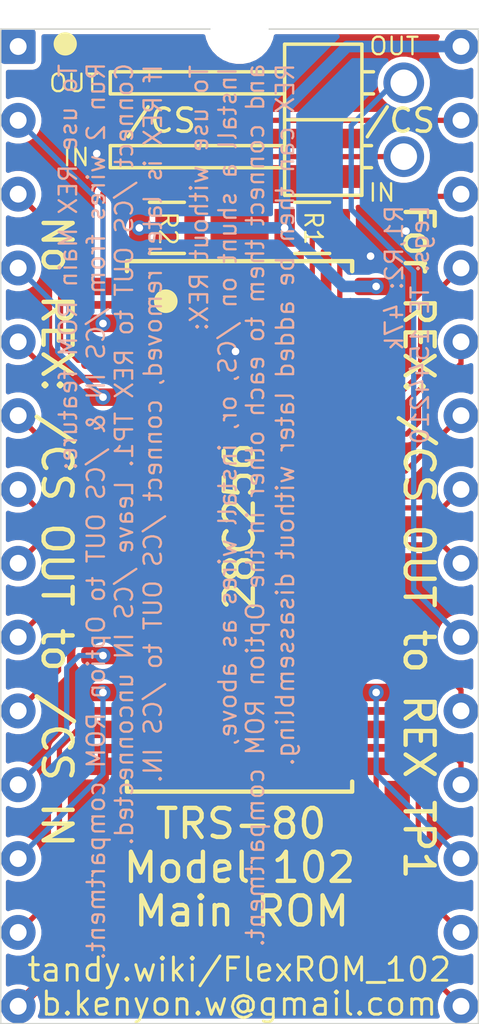
<source format=kicad_pcb>
(kicad_pcb (version 20171130) (host pcbnew 5.1.5-52549c5~84~ubuntu19.04.1)

  (general
    (thickness 1.6)
    (drawings 28)
    (tracks 119)
    (zones 0)
    (modules 5)
    (nets 30)
  )

  (page A4)
  (layers
    (0 F.Cu signal)
    (31 B.Cu signal)
    (32 B.Adhes user hide)
    (33 F.Adhes user hide)
    (34 B.Paste user hide)
    (35 F.Paste user hide)
    (36 B.SilkS user)
    (37 F.SilkS user)
    (38 B.Mask user)
    (39 F.Mask user)
    (40 Dwgs.User user hide)
    (41 Cmts.User user hide)
    (42 Eco1.User user hide)
    (43 Eco2.User user hide)
    (44 Edge.Cuts user)
    (45 Margin user hide)
    (46 B.CrtYd user hide)
    (47 F.CrtYd user hide)
    (48 B.Fab user hide)
    (49 F.Fab user hide)
  )

  (setup
    (last_trace_width 0.25)
    (user_trace_width 0.16)
    (user_trace_width 0.18)
    (user_trace_width 0.2)
    (user_trace_width 0.4)
    (user_trace_width 0.6)
    (user_trace_width 0.8)
    (trace_clearance 0.2)
    (zone_clearance 0.508)
    (zone_45_only no)
    (trace_min 0.16)
    (via_size 0.8)
    (via_drill 0.4)
    (via_min_size 0.52)
    (via_min_drill 0.26)
    (user_via 0.52 0.26)
    (user_via 0.92 0.4)
    (uvia_size 0.3)
    (uvia_drill 0.1)
    (uvias_allowed no)
    (uvia_min_size 0.2)
    (uvia_min_drill 0.1)
    (edge_width 0.05)
    (segment_width 0.2)
    (pcb_text_width 0.3)
    (pcb_text_size 1.5 1.5)
    (mod_edge_width 0.12)
    (mod_text_size 1 1)
    (mod_text_width 0.15)
    (pad_size 2 2)
    (pad_drill 2)
    (pad_to_mask_clearance 0)
    (aux_axis_origin 0 0)
    (visible_elements FFFFFF7F)
    (pcbplotparams
      (layerselection 0x010fc_ffffffff)
      (usegerberextensions false)
      (usegerberattributes false)
      (usegerberadvancedattributes false)
      (creategerberjobfile false)
      (excludeedgelayer true)
      (linewidth 0.100000)
      (plotframeref false)
      (viasonmask false)
      (mode 1)
      (useauxorigin false)
      (hpglpennumber 1)
      (hpglpenspeed 20)
      (hpglpendiameter 15.000000)
      (psnegative false)
      (psa4output false)
      (plotreference true)
      (plotvalue true)
      (plotinvisibletext false)
      (padsonsilk false)
      (subtractmaskfromsilk false)
      (outputformat 1)
      (mirror false)
      (drillshape 1)
      (scaleselection 1)
      (outputdirectory ""))
  )

  (net 0 "")
  (net 1 /D3)
  (net 2 /A12)
  (net 3 /D4)
  (net 4 /A7)
  (net 5 /D5)
  (net 6 /A6)
  (net 7 /D6)
  (net 8 /A5)
  (net 9 /D7)
  (net 10 /A4)
  (net 11 /~CS_OUT)
  (net 12 /A3)
  (net 13 /A10)
  (net 14 /A2)
  (net 15 /~OE)
  (net 16 /A1)
  (net 17 /A11)
  (net 18 /A0)
  (net 19 /A9)
  (net 20 /D0)
  (net 21 /A8)
  (net 22 /D1)
  (net 23 /A13)
  (net 24 /D2)
  (net 25 /A14)
  (net 26 /GND)
  (net 27 /VCC)
  (net 28 /~CS_IN)
  (net 29 /~WE)

  (net_class Default "This is the default net class."
    (clearance 0.2)
    (trace_width 0.25)
    (via_dia 0.8)
    (via_drill 0.4)
    (uvia_dia 0.3)
    (uvia_drill 0.1)
    (add_net /A0)
    (add_net /A1)
    (add_net /A10)
    (add_net /A11)
    (add_net /A12)
    (add_net /A13)
    (add_net /A14)
    (add_net /A2)
    (add_net /A3)
    (add_net /A4)
    (add_net /A5)
    (add_net /A6)
    (add_net /A7)
    (add_net /A8)
    (add_net /A9)
    (add_net /D0)
    (add_net /D1)
    (add_net /D2)
    (add_net /D3)
    (add_net /D4)
    (add_net /D5)
    (add_net /D6)
    (add_net /D7)
    (add_net /GND)
    (add_net /VCC)
    (add_net /~CS_IN)
    (add_net /~CS_OUT)
    (add_net /~OE)
    (add_net /~WE)
  )

  (module 000_LOCAL:SOIC28W (layer F.Cu) (tedit 5E621A1B) (tstamp 5E238CDF)
    (at 150 100)
    (descr "28-Lead Plastic Small Outline (SO) - Wide, 7.50 mm Body [SOIC] (see Microchip Packaging Specification 00000049BS.pdf)")
    (tags "SOIC 1.27")
    (path /5E5B130A)
    (attr smd)
    (fp_text reference U1 (at 0 -10.05) (layer F.SilkS) hide
      (effects (font (size 1 1) (thickness 0.15)))
    )
    (fp_text value 28C256 (at -0.0003 -0.0002 -90) (layer F.SilkS)
      (effects (font (size 1 1) (thickness 0.15)))
    )
    (fp_line (start -3.875 9.125) (end 3.875 9.125) (layer F.SilkS) (width 0.15))
    (fp_line (start -3.875 -9.125) (end 3.875 -9.125) (layer F.SilkS) (width 0.15))
    (fp_line (start -3.875 9.125) (end -3.875 8.78) (layer F.SilkS) (width 0.15))
    (fp_line (start 3.875 9.125) (end 3.875 8.78) (layer F.SilkS) (width 0.15))
    (fp_line (start 3.875 -9.125) (end 3.875 -8.78) (layer F.SilkS) (width 0.15))
    (fp_line (start -3.875 -9.125) (end -3.875 -8.78) (layer F.SilkS) (width 0.15))
    (fp_line (start -5.95 9.3) (end 5.95 9.3) (layer F.CrtYd) (width 0.05))
    (fp_line (start -5.95 -9.3) (end 5.95 -9.3) (layer F.CrtYd) (width 0.05))
    (fp_line (start 5.95 -9.3) (end 5.95 9.3) (layer F.CrtYd) (width 0.05))
    (fp_line (start -5.95 -9.3) (end -5.95 9.3) (layer F.CrtYd) (width 0.05))
    (fp_line (start -3.75 -7.95) (end -2.75 -8.95) (layer F.Fab) (width 0.15))
    (fp_line (start -3.75 8.95) (end -3.75 -7.95) (layer F.Fab) (width 0.15))
    (fp_line (start 3.75 8.95) (end -3.75 8.95) (layer F.Fab) (width 0.15))
    (fp_line (start 3.75 -8.95) (end 3.75 8.95) (layer F.Fab) (width 0.15))
    (fp_line (start -2.75 -8.95) (end 3.75 -8.95) (layer F.Fab) (width 0.15))
    (fp_text user %R (at -0.01 1.61) (layer F.Fab)
      (effects (font (size 1 1) (thickness 0.15)))
    )
    (fp_circle (center -2.54 -7.747) (end -2.3368 -7.747) (layer F.SilkS) (width 0.4064))
    (pad 28 smd roundrect (at 4.7 -8.255) (size 1.5 0.6) (layers F.Cu F.Paste F.Mask) (roundrect_rratio 0.25)
      (net 27 /VCC))
    (pad 27 smd roundrect (at 4.7 -6.985) (size 1.5 0.6) (layers F.Cu F.Paste F.Mask) (roundrect_rratio 0.25)
      (net 29 /~WE))
    (pad 26 smd roundrect (at 4.7 -5.715) (size 1.5 0.6) (layers F.Cu F.Paste F.Mask) (roundrect_rratio 0.25)
      (net 23 /A13))
    (pad 25 smd roundrect (at 4.7 -4.445) (size 1.5 0.6) (layers F.Cu F.Paste F.Mask) (roundrect_rratio 0.25)
      (net 21 /A8))
    (pad 24 smd roundrect (at 4.7 -3.175) (size 1.5 0.6) (layers F.Cu F.Paste F.Mask) (roundrect_rratio 0.25)
      (net 19 /A9))
    (pad 23 smd roundrect (at 4.7 -1.905) (size 1.5 0.6) (layers F.Cu F.Paste F.Mask) (roundrect_rratio 0.25)
      (net 17 /A11))
    (pad 22 smd roundrect (at 4.7 -0.635) (size 1.5 0.6) (layers F.Cu F.Paste F.Mask) (roundrect_rratio 0.25)
      (net 15 /~OE))
    (pad 21 smd roundrect (at 4.7 0.635) (size 1.5 0.6) (layers F.Cu F.Paste F.Mask) (roundrect_rratio 0.25)
      (net 13 /A10))
    (pad 20 smd roundrect (at 4.7 1.905) (size 1.5 0.6) (layers F.Cu F.Paste F.Mask) (roundrect_rratio 0.25)
      (net 28 /~CS_IN))
    (pad 19 smd roundrect (at 4.7 3.175) (size 1.5 0.6) (layers F.Cu F.Paste F.Mask) (roundrect_rratio 0.25)
      (net 9 /D7))
    (pad 18 smd roundrect (at 4.7 4.445) (size 1.5 0.6) (layers F.Cu F.Paste F.Mask) (roundrect_rratio 0.25)
      (net 7 /D6))
    (pad 17 smd roundrect (at 4.7 5.715) (size 1.5 0.6) (layers F.Cu F.Paste F.Mask) (roundrect_rratio 0.25)
      (net 5 /D5))
    (pad 16 smd roundrect (at 4.7 6.985) (size 1.5 0.6) (layers F.Cu F.Paste F.Mask) (roundrect_rratio 0.25)
      (net 3 /D4))
    (pad 15 smd roundrect (at 4.7 8.255) (size 1.5 0.6) (layers F.Cu F.Paste F.Mask) (roundrect_rratio 0.25)
      (net 1 /D3))
    (pad 14 smd roundrect (at -4.7 8.255) (size 1.5 0.6) (layers F.Cu F.Paste F.Mask) (roundrect_rratio 0.25)
      (net 26 /GND))
    (pad 13 smd roundrect (at -4.7 6.985) (size 1.5 0.6) (layers F.Cu F.Paste F.Mask) (roundrect_rratio 0.25)
      (net 24 /D2))
    (pad 12 smd roundrect (at -4.7 5.715) (size 1.5 0.6) (layers F.Cu F.Paste F.Mask) (roundrect_rratio 0.25)
      (net 22 /D1))
    (pad 11 smd roundrect (at -4.7 4.445) (size 1.5 0.6) (layers F.Cu F.Paste F.Mask) (roundrect_rratio 0.25)
      (net 20 /D0))
    (pad 10 smd roundrect (at -4.7 3.175) (size 1.5 0.6) (layers F.Cu F.Paste F.Mask) (roundrect_rratio 0.25)
      (net 18 /A0))
    (pad 9 smd roundrect (at -4.7 1.905) (size 1.5 0.6) (layers F.Cu F.Paste F.Mask) (roundrect_rratio 0.25)
      (net 16 /A1))
    (pad 8 smd roundrect (at -4.7 0.635) (size 1.5 0.6) (layers F.Cu F.Paste F.Mask) (roundrect_rratio 0.25)
      (net 14 /A2))
    (pad 7 smd roundrect (at -4.7 -0.635) (size 1.5 0.6) (layers F.Cu F.Paste F.Mask) (roundrect_rratio 0.25)
      (net 12 /A3))
    (pad 6 smd roundrect (at -4.7 -1.905) (size 1.5 0.6) (layers F.Cu F.Paste F.Mask) (roundrect_rratio 0.25)
      (net 10 /A4))
    (pad 5 smd roundrect (at -4.7 -3.175) (size 1.5 0.6) (layers F.Cu F.Paste F.Mask) (roundrect_rratio 0.25)
      (net 8 /A5))
    (pad 4 smd roundrect (at -4.7 -4.445) (size 1.5 0.6) (layers F.Cu F.Paste F.Mask) (roundrect_rratio 0.25)
      (net 6 /A6))
    (pad 3 smd roundrect (at -4.7 -5.715) (size 1.5 0.6) (layers F.Cu F.Paste F.Mask) (roundrect_rratio 0.25)
      (net 4 /A7))
    (pad 2 smd roundrect (at -4.7 -6.985) (size 1.5 0.6) (layers F.Cu F.Paste F.Mask) (roundrect_rratio 0.25)
      (net 2 /A12))
    (pad 1 smd roundrect (at -4.7 -8.255) (size 1.5 0.6) (layers F.Cu F.Paste F.Mask) (roundrect_rratio 0.25)
      (net 25 /A14))
    (model ${KIPRJMOD}/000_LOCAL.pretty/packages3d/SOIC28W.step
      (at (xyz 0 0 0))
      (scale (xyz 1 1 1))
      (rotate (xyz 0 0 0))
    )
  )

  (module 000_LOCAL:DIP-28_W15.24mm_pcb_sil_pins (layer F.Cu) (tedit 5E4383E0) (tstamp 5E369E74)
    (at 150 100)
    (descr "28-lead though-hole mounted DIP package, row spacing 15.24 mm (600 mils)")
    (tags "THT DIP DIL PDIP 2.54mm 15.24mm 600mil")
    (path /5E5C209E)
    (fp_text reference J1 (at 0 -18.84) (layer F.SilkS) hide
      (effects (font (size 1 1) (thickness 0.15)))
    )
    (fp_text value "27C256 DIP LEGS" (at 0 18.84) (layer F.Fab)
      (effects (font (size 1 1) (thickness 0.15)))
    )
    (fp_line (start 8.22 -17.11) (end -8.22 -17.11) (layer F.CrtYd) (width 0.01))
    (fp_line (start 8.22 17.11) (end 8.22 -17.11) (layer F.CrtYd) (width 0.01))
    (fp_line (start -8.22 17.11) (end 8.22 17.11) (layer F.CrtYd) (width 0.01))
    (fp_line (start -8.22 -17.11) (end -8.22 17.11) (layer F.CrtYd) (width 0.01))
    (fp_text user %R (at 0.27 3.12) (layer F.Fab)
      (effects (font (size 1 1) (thickness 0.15)))
    )
    (pad "" np_thru_hole circle (at 0 -17.11) (size 2 2) (drill 2) (layers *.Cu *.Mask))
    (pad 1 thru_hole roundrect (at -7.62 -16.51) (size 1.2 1.2) (drill 0.58) (layers *.Cu *.Mask) (roundrect_rratio 0.1))
    (pad 15 thru_hole circle (at 7.62 16.51) (size 1.2 1.2) (drill 0.58) (layers *.Cu *.Mask)
      (net 1 /D3))
    (pad 2 thru_hole circle (at -7.62 -13.97) (size 1.2 1.2) (drill 0.58) (layers *.Cu *.Mask)
      (net 2 /A12))
    (pad 16 thru_hole circle (at 7.62 13.97) (size 1.2 1.2) (drill 0.58) (layers *.Cu *.Mask)
      (net 3 /D4))
    (pad 3 thru_hole circle (at -7.62 -11.43) (size 1.2 1.2) (drill 0.58) (layers *.Cu *.Mask)
      (net 4 /A7))
    (pad 17 thru_hole circle (at 7.62 11.43) (size 1.2 1.2) (drill 0.58) (layers *.Cu *.Mask)
      (net 5 /D5))
    (pad 4 thru_hole circle (at -7.62 -8.89) (size 1.2 1.2) (drill 0.58) (layers *.Cu *.Mask)
      (net 6 /A6))
    (pad 18 thru_hole circle (at 7.62 8.89) (size 1.2 1.2) (drill 0.58) (layers *.Cu *.Mask)
      (net 7 /D6))
    (pad 5 thru_hole circle (at -7.62 -6.35) (size 1.2 1.2) (drill 0.58) (layers *.Cu *.Mask)
      (net 8 /A5))
    (pad 19 thru_hole circle (at 7.62 6.35) (size 1.2 1.2) (drill 0.58) (layers *.Cu *.Mask)
      (net 9 /D7))
    (pad 6 thru_hole circle (at -7.62 -3.81) (size 1.2 1.2) (drill 0.58) (layers *.Cu *.Mask)
      (net 10 /A4))
    (pad 20 thru_hole circle (at 7.62 3.81) (size 1.2 1.2) (drill 0.58) (layers *.Cu *.Mask)
      (net 11 /~CS_OUT))
    (pad 7 thru_hole circle (at -7.62 -1.27) (size 1.2 1.2) (drill 0.58) (layers *.Cu *.Mask)
      (net 12 /A3))
    (pad 21 thru_hole circle (at 7.62 1.27) (size 1.2 1.2) (drill 0.58) (layers *.Cu *.Mask)
      (net 13 /A10))
    (pad 8 thru_hole circle (at -7.62 1.27) (size 1.2 1.2) (drill 0.58) (layers *.Cu *.Mask)
      (net 14 /A2))
    (pad 22 thru_hole circle (at 7.62 -1.27) (size 1.2 1.2) (drill 0.58) (layers *.Cu *.Mask)
      (net 15 /~OE))
    (pad 9 thru_hole circle (at -7.62 3.81) (size 1.2 1.2) (drill 0.58) (layers *.Cu *.Mask)
      (net 16 /A1))
    (pad 23 thru_hole circle (at 7.62 -3.81) (size 1.2 1.2) (drill 0.58) (layers *.Cu *.Mask)
      (net 17 /A11))
    (pad 10 thru_hole circle (at -7.62 6.35) (size 1.2 1.2) (drill 0.58) (layers *.Cu *.Mask)
      (net 18 /A0))
    (pad 24 thru_hole circle (at 7.62 -6.35) (size 1.2 1.2) (drill 0.58) (layers *.Cu *.Mask)
      (net 19 /A9))
    (pad 11 thru_hole circle (at -7.62 8.89) (size 1.2 1.2) (drill 0.58) (layers *.Cu *.Mask)
      (net 20 /D0))
    (pad 25 thru_hole circle (at 7.62 -8.89) (size 1.2 1.2) (drill 0.58) (layers *.Cu *.Mask)
      (net 21 /A8))
    (pad 12 thru_hole circle (at -7.62 11.43) (size 1.2 1.2) (drill 0.58) (layers *.Cu *.Mask)
      (net 22 /D1))
    (pad 26 thru_hole circle (at 7.62 -11.43) (size 1.2 1.2) (drill 0.58) (layers *.Cu *.Mask)
      (net 23 /A13))
    (pad 13 thru_hole circle (at -7.62 13.97) (size 1.2 1.2) (drill 0.58) (layers *.Cu *.Mask)
      (net 24 /D2))
    (pad 27 thru_hole circle (at 7.62 -13.97) (size 1.2 1.2) (drill 0.58) (layers *.Cu *.Mask)
      (net 25 /A14))
    (pad 14 thru_hole circle (at -7.62 16.51) (size 1.2 1.2) (drill 0.58) (layers *.Cu *.Mask)
      (net 26 /GND))
    (pad 28 thru_hole circle (at 7.62 -16.51) (size 1.2 1.2) (drill 0.58) (layers *.Cu *.Mask)
      (net 27 /VCC))
    (model ${KIPRJMOD}/000_LOCAL.pretty/packages3d/DIL_LEG.step
      (offset (xyz -7.62 16.51 0.18))
      (scale (xyz 1 1 1))
      (rotate (xyz 0 0 0))
    )
    (model ${KIPRJMOD}/000_LOCAL.pretty/packages3d/DIL_LEG.step
      (offset (xyz -7.62 13.97 0.18))
      (scale (xyz 1 1 1))
      (rotate (xyz 0 0 0))
    )
    (model ${KIPRJMOD}/000_LOCAL.pretty/packages3d/DIL_LEG.step
      (offset (xyz -7.62 11.43 0.18))
      (scale (xyz 1 1 1))
      (rotate (xyz 0 0 0))
    )
    (model ${KIPRJMOD}/000_LOCAL.pretty/packages3d/DIL_LEG.step
      (offset (xyz -7.62 8.890000000000001 0.18))
      (scale (xyz 1 1 1))
      (rotate (xyz 0 0 0))
    )
    (model ${KIPRJMOD}/000_LOCAL.pretty/packages3d/DIL_LEG.step
      (offset (xyz -7.62 6.35 0.18))
      (scale (xyz 1 1 1))
      (rotate (xyz 0 0 0))
    )
    (model ${KIPRJMOD}/000_LOCAL.pretty/packages3d/DIL_LEG.step
      (offset (xyz -7.62 3.81 0.18))
      (scale (xyz 1 1 1))
      (rotate (xyz 0 0 0))
    )
    (model ${KIPRJMOD}/000_LOCAL.pretty/packages3d/DIL_LEG.step
      (offset (xyz -7.62 1.27 0.18))
      (scale (xyz 1 1 1))
      (rotate (xyz 0 0 0))
    )
    (model ${KIPRJMOD}/000_LOCAL.pretty/packages3d/DIL_LEG.step
      (offset (xyz -7.62 -1.27 0.18))
      (scale (xyz 1 1 1))
      (rotate (xyz 0 0 0))
    )
    (model ${KIPRJMOD}/000_LOCAL.pretty/packages3d/DIL_LEG.step
      (offset (xyz -7.62 -3.81 0.18))
      (scale (xyz 1 1 1))
      (rotate (xyz 0 0 0))
    )
    (model ${KIPRJMOD}/000_LOCAL.pretty/packages3d/DIL_LEG.step
      (offset (xyz -7.62 -6.35 0.18))
      (scale (xyz 1 1 1))
      (rotate (xyz 0 0 0))
    )
    (model ${KIPRJMOD}/000_LOCAL.pretty/packages3d/DIL_LEG.step
      (offset (xyz -7.62 -8.890000000000001 0.18))
      (scale (xyz 1 1 1))
      (rotate (xyz 0 0 0))
    )
    (model ${KIPRJMOD}/000_LOCAL.pretty/packages3d/DIL_LEG.step
      (offset (xyz -7.62 -11.43 0.18))
      (scale (xyz 1 1 1))
      (rotate (xyz 0 0 0))
    )
    (model ${KIPRJMOD}/000_LOCAL.pretty/packages3d/DIL_LEG.step
      (offset (xyz -7.62 -13.97 0.18))
      (scale (xyz 1 1 1))
      (rotate (xyz 0 0 0))
    )
    (model ${KIPRJMOD}/000_LOCAL.pretty/packages3d/DIL_LEG.step
      (offset (xyz -7.62 -16.51 0.18))
      (scale (xyz 1 1 1))
      (rotate (xyz 0 0 0))
    )
    (model ${KIPRJMOD}/000_LOCAL.pretty/packages3d/DIL_LEG.step
      (offset (xyz 7.62 -16.51 0.18))
      (scale (xyz 1 1 1))
      (rotate (xyz 0 0 0))
    )
    (model ${KIPRJMOD}/000_LOCAL.pretty/packages3d/DIL_LEG.step
      (offset (xyz 7.62 -13.97 0.18))
      (scale (xyz 1 1 1))
      (rotate (xyz 0 0 0))
    )
    (model ${KIPRJMOD}/000_LOCAL.pretty/packages3d/DIL_LEG.step
      (offset (xyz 7.62 -11.43 0.18))
      (scale (xyz 1 1 1))
      (rotate (xyz 0 0 0))
    )
    (model ${KIPRJMOD}/000_LOCAL.pretty/packages3d/DIL_LEG.step
      (offset (xyz 7.62 -8.890000000000001 0.18))
      (scale (xyz 1 1 1))
      (rotate (xyz 0 0 0))
    )
    (model ${KIPRJMOD}/000_LOCAL.pretty/packages3d/DIL_LEG.step
      (offset (xyz 7.62 -6.35 0.18))
      (scale (xyz 1 1 1))
      (rotate (xyz 0 0 0))
    )
    (model ${KIPRJMOD}/000_LOCAL.pretty/packages3d/DIL_LEG.step
      (offset (xyz 7.62 -3.81 0.18))
      (scale (xyz 1 1 1))
      (rotate (xyz 0 0 0))
    )
    (model ${KIPRJMOD}/000_LOCAL.pretty/packages3d/DIL_LEG.step
      (offset (xyz 7.62 -1.27 0.18))
      (scale (xyz 1 1 1))
      (rotate (xyz 0 0 0))
    )
    (model ${KIPRJMOD}/000_LOCAL.pretty/packages3d/DIL_LEG.step
      (offset (xyz 7.62 1.27 0.18))
      (scale (xyz 1 1 1))
      (rotate (xyz 0 0 0))
    )
    (model ${KIPRJMOD}/000_LOCAL.pretty/packages3d/DIL_LEG.step
      (offset (xyz 7.62 3.81 0.18))
      (scale (xyz 1 1 1))
      (rotate (xyz 0 0 0))
    )
    (model ${KIPRJMOD}/000_LOCAL.pretty/packages3d/DIL_LEG.step
      (offset (xyz 7.62 6.35 0.18))
      (scale (xyz 1 1 1))
      (rotate (xyz 0 0 0))
    )
    (model ${KIPRJMOD}/000_LOCAL.pretty/packages3d/DIL_LEG.step
      (offset (xyz 7.62 8.890000000000001 0.18))
      (scale (xyz 1 1 1))
      (rotate (xyz 0 0 0))
    )
    (model ${KIPRJMOD}/000_LOCAL.pretty/packages3d/DIL_LEG.step
      (offset (xyz 7.62 11.43 0.18))
      (scale (xyz 1 1 1))
      (rotate (xyz 0 0 0))
    )
    (model ${KIPRJMOD}/000_LOCAL.pretty/packages3d/DIL_LEG.step
      (offset (xyz 7.62 13.97 0.18))
      (scale (xyz 1 1 1))
      (rotate (xyz 0 0 0))
    )
    (model ${KIPRJMOD}/000_LOCAL.pretty/packages3d/DIL_LEG.step
      (offset (xyz 7.62 16.51 0.18))
      (scale (xyz 1 1 1))
      (rotate (xyz 0 0 0))
    )
  )

  (module 000_LOCAL:Pin_Header_Angled_1x02_Pitch2.54mm (layer F.Cu) (tedit 5E349946) (tstamp 5E4387A7)
    (at 155.65 87.28 180)
    (descr "Through hole angled pin header, 1x02, 2.54mm pitch, 6mm pin length, single row")
    (tags "Through hole angled pin header THT 1x02 2.54mm single row")
    (path /5E68B8A2)
    (fp_text reference JP1 (at 4.385 -2.27 180) (layer F.SilkS) hide
      (effects (font (size 1 1) (thickness 0.15)))
    )
    (fp_text value "/CS breakout (REX TP1)" (at 4.385 4.81 180) (layer F.Fab)
      (effects (font (size 1 1) (thickness 0.15)))
    )
    (fp_line (start 2.135 -1.27) (end 4.04 -1.27) (layer F.Fab) (width 0.1))
    (fp_line (start 4.04 -1.27) (end 4.04 3.81) (layer F.Fab) (width 0.1))
    (fp_line (start 4.04 3.81) (end 1.5 3.81) (layer F.Fab) (width 0.1))
    (fp_line (start 1.5 3.81) (end 1.5 -0.635) (layer F.Fab) (width 0.1))
    (fp_line (start 1.5 -0.635) (end 2.135 -1.27) (layer F.Fab) (width 0.1))
    (fp_line (start -0.32 -0.32) (end 1.5 -0.32) (layer F.Fab) (width 0.1))
    (fp_line (start -0.32 -0.32) (end -0.32 0.32) (layer F.Fab) (width 0.1))
    (fp_line (start -0.32 0.32) (end 1.5 0.32) (layer F.Fab) (width 0.1))
    (fp_line (start 4.04 -0.32) (end 10.04 -0.32) (layer F.Fab) (width 0.1))
    (fp_line (start 10.04 -0.32) (end 10.04 0.32) (layer F.Fab) (width 0.1))
    (fp_line (start 4.04 0.32) (end 10.04 0.32) (layer F.Fab) (width 0.1))
    (fp_line (start -0.32 2.22) (end 1.5 2.22) (layer F.Fab) (width 0.1))
    (fp_line (start -0.32 2.22) (end -0.32 2.86) (layer F.Fab) (width 0.1))
    (fp_line (start -0.32 2.86) (end 1.5 2.86) (layer F.Fab) (width 0.1))
    (fp_line (start 4.04 2.22) (end 10.04 2.22) (layer F.Fab) (width 0.1))
    (fp_line (start 10.04 2.22) (end 10.04 2.86) (layer F.Fab) (width 0.1))
    (fp_line (start 4.04 2.86) (end 10.04 2.86) (layer F.Fab) (width 0.1))
    (fp_line (start 1.44 -1.33) (end 1.44 3.87) (layer F.SilkS) (width 0.12))
    (fp_line (start 1.44 3.87) (end 4.1 3.87) (layer F.SilkS) (width 0.12))
    (fp_line (start 4.1 3.87) (end 4.1 -1.33) (layer F.SilkS) (width 0.12))
    (fp_line (start 4.1 -1.33) (end 1.44 -1.33) (layer F.SilkS) (width 0.12))
    (fp_line (start 4.1 -0.38) (end 10.1 -0.38) (layer F.SilkS) (width 0.12))
    (fp_line (start 10.1 -0.38) (end 10.1 0.38) (layer F.SilkS) (width 0.12))
    (fp_line (start 10.1 0.38) (end 4.1 0.38) (layer F.SilkS) (width 0.12))
    (fp_line (start 1.11 -0.38) (end 1.44 -0.38) (layer F.SilkS) (width 0.12))
    (fp_line (start 1.11 0.38) (end 1.44 0.38) (layer F.SilkS) (width 0.12))
    (fp_line (start 1.44 1.27) (end 4.1 1.27) (layer F.SilkS) (width 0.12))
    (fp_line (start 4.1 2.16) (end 10.1 2.16) (layer F.SilkS) (width 0.12))
    (fp_line (start 10.1 2.16) (end 10.1 2.92) (layer F.SilkS) (width 0.12))
    (fp_line (start 10.1 2.92) (end 4.1 2.92) (layer F.SilkS) (width 0.12))
    (fp_line (start 1.042929 2.16) (end 1.44 2.16) (layer F.SilkS) (width 0.12))
    (fp_line (start 1.042929 2.92) (end 1.44 2.92) (layer F.SilkS) (width 0.12))
    (fp_line (start -1.8 -1.8) (end -1.8 4.35) (layer F.CrtYd) (width 0.05))
    (fp_line (start -1.8 4.35) (end 10.55 4.35) (layer F.CrtYd) (width 0.05))
    (fp_line (start 10.55 4.35) (end 10.55 -1.8) (layer F.CrtYd) (width 0.05))
    (fp_line (start 10.55 -1.8) (end -1.8 -1.8) (layer F.CrtYd) (width 0.05))
    (fp_text user %R (at 2.77 1.27 270) (layer F.Fab)
      (effects (font (size 1 1) (thickness 0.15)))
    )
    (pad 1 thru_hole circle (at 0 0 180) (size 1.4 1.4) (drill 0.914) (layers *.Cu *.Mask)
      (net 28 /~CS_IN))
    (pad 2 thru_hole circle (at 0 2.54 180) (size 1.4 1.4) (drill 0.914) (layers *.Cu *.Mask)
      (net 11 /~CS_OUT))
    (model ${KIPRJMOD}/000_LOCAL.pretty/packages3d/PinHeader_1x02_P2.54mm_Horizontal.step
      (at (xyz 0 0 0))
      (scale (xyz 1 1 1))
      (rotate (xyz 0 0 0))
    )
  )

  (module 000_LOCAL:R_0805 (layer F.Cu) (tedit 5E24F165) (tstamp 5E34A4C4)
    (at 147.5 89.73 180)
    (descr "Resistor SMD 0805, reflow soldering, Vishay (see dcrcw.pdf)")
    (tags "resistor 0805")
    (path /5E68C7F8)
    (attr smd)
    (fp_text reference R2 (at -0.04 -0.02 270 unlocked) (layer F.SilkS)
      (effects (font (size 0.6 0.6) (thickness 0.08)))
    )
    (fp_text value 47K (at 0 1.75) (layer F.Fab)
      (effects (font (size 1 1) (thickness 0.15)))
    )
    (fp_text user %R (at 0 0) (layer F.Fab)
      (effects (font (size 0.5 0.5) (thickness 0.075)))
    )
    (fp_line (start -1 0.62) (end -1 -0.62) (layer F.Fab) (width 0.1))
    (fp_line (start 1 0.62) (end -1 0.62) (layer F.Fab) (width 0.1))
    (fp_line (start 1 -0.62) (end 1 0.62) (layer F.Fab) (width 0.1))
    (fp_line (start -1 -0.62) (end 1 -0.62) (layer F.Fab) (width 0.1))
    (fp_line (start 0.6 0.88) (end -0.6 0.88) (layer F.SilkS) (width 0.12))
    (fp_line (start -0.6 -0.88) (end 0.6 -0.88) (layer F.SilkS) (width 0.12))
    (fp_line (start -1.55 -0.9) (end 1.55 -0.9) (layer F.CrtYd) (width 0.05))
    (fp_line (start -1.55 -0.9) (end -1.55 0.9) (layer F.CrtYd) (width 0.05))
    (fp_line (start 1.55 0.9) (end 1.55 -0.9) (layer F.CrtYd) (width 0.05))
    (fp_line (start 1.55 0.9) (end -1.55 0.9) (layer F.CrtYd) (width 0.05))
    (pad 1 smd rect (at -0.95 0 180) (size 0.7 1.3) (layers F.Cu F.Paste F.Mask)
      (net 28 /~CS_IN))
    (pad 2 smd rect (at 0.95 0 180) (size 0.7 1.3) (layers F.Cu F.Paste F.Mask)
      (net 27 /VCC))
    (model ${KIPRJMOD}/000_LOCAL.pretty/packages3d/R_0805_2012Metric.step
      (at (xyz 0 0 0))
      (scale (xyz 1 1 1))
      (rotate (xyz 0 0 0))
    )
  )

  (module 000_LOCAL:R_0805 (layer F.Cu) (tedit 5E24F165) (tstamp 5E23DBB2)
    (at 152.5 89.73 180)
    (descr "Resistor SMD 0805, reflow soldering, Vishay (see dcrcw.pdf)")
    (tags "resistor 0805")
    (path /5E6B3AF8)
    (attr smd)
    (fp_text reference R1 (at -0.04 -0.01 270 unlocked) (layer F.SilkS)
      (effects (font (size 0.6 0.6) (thickness 0.08)))
    )
    (fp_text value 47K (at 0 1.75) (layer F.Fab) hide
      (effects (font (size 1 1) (thickness 0.15)))
    )
    (fp_text user %R (at 0 0) (layer F.Fab) hide
      (effects (font (size 0.5 0.5) (thickness 0.075)))
    )
    (fp_line (start -1 0.62) (end -1 -0.62) (layer F.Fab) (width 0.1))
    (fp_line (start 1 0.62) (end -1 0.62) (layer F.Fab) (width 0.1))
    (fp_line (start 1 -0.62) (end 1 0.62) (layer F.Fab) (width 0.1))
    (fp_line (start -1 -0.62) (end 1 -0.62) (layer F.Fab) (width 0.1))
    (fp_line (start 0.6 0.88) (end -0.6 0.88) (layer F.SilkS) (width 0.12))
    (fp_line (start -0.6 -0.88) (end 0.6 -0.88) (layer F.SilkS) (width 0.12))
    (fp_line (start -1.55 -0.9) (end 1.55 -0.9) (layer F.CrtYd) (width 0.05))
    (fp_line (start -1.55 -0.9) (end -1.55 0.9) (layer F.CrtYd) (width 0.05))
    (fp_line (start 1.55 0.9) (end 1.55 -0.9) (layer F.CrtYd) (width 0.05))
    (fp_line (start 1.55 0.9) (end -1.55 0.9) (layer F.CrtYd) (width 0.05))
    (pad 1 smd rect (at -0.95 0 180) (size 0.7 1.3) (layers F.Cu F.Paste F.Mask)
      (net 29 /~WE))
    (pad 2 smd rect (at 0.95 0 180) (size 0.7 1.3) (layers F.Cu F.Paste F.Mask)
      (net 27 /VCC))
    (model ${KIPRJMOD}/000_LOCAL.pretty/packages3d/R_0805_2012Metric.step
      (at (xyz 0 0 0))
      (scale (xyz 1 1 1))
      (rotate (xyz 0 0 0))
    )
  )

  (gr_text tandy.wiki/FlexROM_102 (at 149.99 115.25) (layer F.SilkS) (tstamp 5E438E65)
    (effects (font (size 0.8 0.8) (thickness 0.1)))
  )
  (gr_text IN (at 154.9 88.52) (layer F.SilkS) (tstamp 5E438BE9)
    (effects (font (size 0.6 0.6) (thickness 0.08)))
  )
  (gr_text OUT (at 155.32 83.48) (layer F.SilkS) (tstamp 5E438BC1)
    (effects (font (size 0.6 0.6) (thickness 0.08)))
  )
  (gr_text /CS (at 155.52 86.04) (layer F.SilkS) (tstamp 5E438B4B)
    (effects (font (size 0.8 0.8) (thickness 0.12)))
  )
  (gr_line (start 141.78 117.11) (end 141.78 82.89) (layer Edge.Cuts) (width 0.05) (tstamp 5E36F1C6))
  (gr_line (start 158.22 82.89) (end 158.22 117.11) (layer Edge.Cuts) (width 0.05) (tstamp 5E36F1C5))
  (gr_line (start 141.78 82.89) (end 158.22 82.89) (layer Edge.Cuts) (width 0.05))
  (gr_line (start 141.78 117.11) (end 158.22 117.11) (layer Edge.Cuts) (width 0.05))
  (gr_text "R1,R2: 47k" (at 155.321 88.9 90) (layer B.SilkS) (tstamp 5E369BB7)
    (effects (font (size 0.6 0.6) (thickness 0.08)) (justify left mirror))
  )
  (gr_text "REX can then be added later without disassembling." (at 151.57 96.16 90) (layer B.SilkS) (tstamp 5E35263D)
    (effects (font (size 0.6 0.6) (thickness 0.08)) (justify mirror))
  )
  (gr_text "and connect them to each other in the Option ROM compartment." (at 150.54 99.27 90) (layer B.SilkS) (tstamp 5E352281)
    (effects (font (size 0.6 0.6) (thickness 0.08)) (justify mirror))
  )
  (gr_text "Install a shunt on /CS, or, install wires as above," (at 149.59 95.88 90) (layer B.SilkS) (tstamp 5E35238C)
    (effects (font (size 0.6 0.6) (thickness 0.08)) (justify mirror))
  )
  (gr_text "If REX is later removed, connect /CS OUT to /CS IN." (at 147.02 96.47 90) (layer B.SilkS) (tstamp 5E36A37A)
    (effects (font (size 0.6 0.6) (thickness 0.08)) (justify mirror))
  )
  (gr_text "Connect /CS OUT to REX TP1. Leave /CS IN unconnected." (at 146.03 97.52 90) (layer B.SilkS) (tstamp 5E36A37D)
    (effects (font (size 0.6 0.6) (thickness 0.08)) (justify mirror))
  )
  (gr_text "Run 2 wires from /CS IN & /CS OUT to Option ROM compartment." (at 145.06 99.48 90) (layer B.SilkS) (tstamp 5E36A2F9)
    (effects (font (size 0.6 0.6) (thickness 0.08)) (justify mirror))
  )
  (gr_text "To use without REX:" (at 148.61 88.7 90) (layer B.SilkS) (tstamp 5E351697)
    (effects (font (size 0.6 0.6) (thickness 0.08)) (justify mirror))
  )
  (gr_text "To use REX Main ROM feature:" (at 144.1 91.08 90) (layer B.SilkS) (tstamp 5E36A380)
    (effects (font (size 0.6 0.6) (thickness 0.08)) (justify mirror))
  )
  (gr_text "No REX: /CS OUT to /CS IN" (at 143.71 100.18 -90) (layer F.SilkS) (tstamp 5E350D14)
    (effects (font (size 1 1) (thickness 0.15)))
  )
  (gr_text "For REX: /CS OUT to REX TP1" (at 156.17 100.54 -90) (layer F.SilkS) (tstamp 5E350CB0)
    (effects (font (size 1 1) (thickness 0.15)))
  )
  (gr_text /CS (at 147.29 86.04) (layer F.SilkS) (tstamp 5E34C224)
    (effects (font (size 0.8 0.8) (thickness 0.12)))
  )
  (gr_circle (center 144 83.4) (end 144.2 83.4) (layer F.SilkS) (width 0.4))
  (gr_text OUT (at 144.3 84.75) (layer F.SilkS) (tstamp 5E25583B)
    (effects (font (size 0.6 0.6) (thickness 0.08)))
  )
  (gr_text IN (at 144.38 87.3) (layer F.SilkS) (tstamp 5E2556CF)
    (effects (font (size 0.6 0.6) (thickness 0.08)))
  )
  (gr_text "Legs: TE 1544210" (at 156.21 88.9 90) (layer B.SilkS) (tstamp 5E253AF7)
    (effects (font (size 0.6 0.6) (thickness 0.08)) (justify left mirror))
  )
  (gr_text b.kenyon.w@gmail.com (at 149.98 116.42) (layer F.SilkS) (tstamp 5E2410FA)
    (effects (font (size 0.8 0.8) (thickness 0.1)))
  )
  (gr_text "Main ROM" (at 150.07 113.24) (layer F.SilkS) (tstamp 5E2410A5)
    (effects (font (size 1 1) (thickness 0.15)))
  )
  (gr_text TRS-80 (at 150.05 110.23) (layer F.SilkS) (tstamp 5E241050)
    (effects (font (size 1 1) (thickness 0.15)))
  )
  (gr_text "Model 102" (at 150 111.74) (layer F.SilkS)
    (effects (font (size 1 1) (thickness 0.15)))
  )

  (segment (start 154.7 113.59) (end 154.7 108.255) (width 0.18) (layer F.Cu) (net 1))
  (segment (start 157.62 116.51) (end 154.7 113.59) (width 0.18) (layer F.Cu) (net 1))
  (via (at 145.3 93.02) (size 0.52) (drill 0.26) (layers F.Cu B.Cu) (net 2))
  (segment (start 145.3 88.95) (end 142.38 86.03) (width 0.18) (layer B.Cu) (net 2))
  (segment (start 145.3 93.02) (end 145.3 88.95) (width 0.18) (layer B.Cu) (net 2))
  (segment (start 156.15 112.5) (end 157.62 113.97) (width 0.18) (layer F.Cu) (net 3))
  (segment (start 154.7 106.985) (end 155.3974 106.985) (width 0.18) (layer F.Cu) (net 3))
  (segment (start 156.15 107.7376) (end 156.15 112.5) (width 0.18) (layer F.Cu) (net 3))
  (segment (start 155.3974 106.985) (end 156.15 107.7376) (width 0.18) (layer F.Cu) (net 3))
  (segment (start 143.84 90.03) (end 142.38 88.57) (width 0.18) (layer F.Cu) (net 4))
  (segment (start 145.3 94.285) (end 144.445 94.285) (width 0.18) (layer F.Cu) (net 4))
  (segment (start 143.84 93.68) (end 143.84 90.03) (width 0.18) (layer F.Cu) (net 4))
  (segment (start 144.445 94.285) (end 143.84 93.68) (width 0.18) (layer F.Cu) (net 4))
  (segment (start 154.7 105.715) (end 154.7 105.715) (width 0.18) (layer F.Cu) (net 5) (tstamp 5E23E684))
  (via (at 154.7 105.715) (size 0.52) (drill 0.26) (layers F.Cu B.Cu) (net 5))
  (segment (start 154.7 108.51) (end 157.62 111.43) (width 0.18) (layer B.Cu) (net 5))
  (segment (start 154.7 105.715) (end 154.7 108.51) (width 0.18) (layer B.Cu) (net 5))
  (segment (start 145.3 95.555) (end 145.3 95.555) (width 0.18) (layer F.Cu) (net 6))
  (via (at 145.3 95.555) (size 0.52) (drill 0.26) (layers F.Cu B.Cu) (net 6))
  (segment (start 143.74 92.47) (end 142.38 91.11) (width 0.18) (layer B.Cu) (net 6))
  (segment (start 145.3 95.555) (end 143.74 93.995) (width 0.18) (layer B.Cu) (net 6))
  (segment (start 143.74 93.995) (end 143.74 92.47) (width 0.18) (layer B.Cu) (net 6))
  (segment (start 156.1846 105.3084) (end 155.3212 104.445) (width 0.18) (layer F.Cu) (net 7))
  (segment (start 156.1846 106.7054) (end 156.1846 105.3084) (width 0.18) (layer F.Cu) (net 7))
  (segment (start 155.3212 104.445) (end 154.7 104.445) (width 0.18) (layer F.Cu) (net 7))
  (segment (start 157.62 108.89) (end 157.62 108.1408) (width 0.18) (layer F.Cu) (net 7))
  (segment (start 157.62 108.1408) (end 156.1846 106.7054) (width 0.18) (layer F.Cu) (net 7))
  (segment (start 144.445 96.825) (end 145.3 96.825) (width 0.18) (layer F.Cu) (net 8))
  (segment (start 143.76 96.14) (end 144.445 96.825) (width 0.18) (layer F.Cu) (net 8))
  (segment (start 142.38 93.65) (end 143.76 95.03) (width 0.18) (layer F.Cu) (net 8))
  (segment (start 143.76 95.03) (end 143.76 96.14) (width 0.18) (layer F.Cu) (net 8))
  (segment (start 157.62 105.6262) (end 157.62 106.35) (width 0.18) (layer F.Cu) (net 9))
  (segment (start 156.2354 104.2416) (end 157.62 105.6262) (width 0.18) (layer F.Cu) (net 9))
  (segment (start 156.2354 103.8352) (end 156.2354 104.2416) (width 0.18) (layer F.Cu) (net 9))
  (segment (start 154.7 103.175) (end 155.5752 103.175) (width 0.18) (layer F.Cu) (net 9))
  (segment (start 155.5752 103.175) (end 156.2354 103.8352) (width 0.18) (layer F.Cu) (net 9))
  (segment (start 144.285 98.095) (end 145.3 98.095) (width 0.18) (layer F.Cu) (net 10))
  (segment (start 142.38 96.19) (end 144.285 98.095) (width 0.18) (layer F.Cu) (net 10))
  (segment (start 155.99156 102.18156) (end 157.62 103.81) (width 0.18) (layer B.Cu) (net 11))
  (segment (start 155.31032 84.74) (end 153.84272 86.2076) (width 0.18) (layer B.Cu) (net 11))
  (segment (start 155.65 84.74) (end 155.31032 84.74) (width 0.18) (layer B.Cu) (net 11))
  (segment (start 153.84272 89.09812) (end 155.99156 91.24696) (width 0.18) (layer B.Cu) (net 11))
  (segment (start 153.84272 86.2076) (end 153.84272 89.09812) (width 0.18) (layer B.Cu) (net 11))
  (segment (start 155.99156 91.24696) (end 155.99156 102.18156) (width 0.18) (layer B.Cu) (net 11))
  (segment (start 145.29 99.375) (end 145.3 99.365) (width 0.18) (layer F.Cu) (net 12))
  (segment (start 142.38 98.73) (end 143.025 99.375) (width 0.18) (layer F.Cu) (net 12))
  (segment (start 143.025 99.375) (end 145.29 99.375) (width 0.18) (layer F.Cu) (net 12))
  (segment (start 156.985 100.635) (end 157.62 101.27) (width 0.18) (layer F.Cu) (net 13))
  (segment (start 154.7 100.635) (end 156.985 100.635) (width 0.18) (layer F.Cu) (net 13))
  (segment (start 143.015 100.635) (end 142.38 101.27) (width 0.18) (layer F.Cu) (net 14))
  (segment (start 145.3 100.635) (end 143.015 100.635) (width 0.18) (layer F.Cu) (net 14))
  (segment (start 156.985 99.365) (end 157.62 98.73) (width 0.18) (layer F.Cu) (net 15))
  (segment (start 154.7 99.365) (end 156.985 99.365) (width 0.18) (layer F.Cu) (net 15))
  (segment (start 144.835 101.905) (end 145.3 101.905) (width 0.18) (layer F.Cu) (net 16))
  (segment (start 144.285 101.905) (end 142.38 103.81) (width 0.18) (layer F.Cu) (net 16))
  (segment (start 145.3 101.905) (end 144.285 101.905) (width 0.18) (layer F.Cu) (net 16))
  (segment (start 155.715 98.095) (end 157.62 96.19) (width 0.18) (layer F.Cu) (net 17))
  (segment (start 154.7 98.095) (end 155.715 98.095) (width 0.18) (layer F.Cu) (net 17))
  (segment (start 143.77 104.96) (end 142.38 106.35) (width 0.18) (layer F.Cu) (net 18))
  (segment (start 143.77 103.86) (end 143.77 104.96) (width 0.18) (layer F.Cu) (net 18))
  (segment (start 145.3 103.175) (end 144.455 103.175) (width 0.18) (layer F.Cu) (net 18))
  (segment (start 144.455 103.175) (end 143.77 103.86) (width 0.18) (layer F.Cu) (net 18))
  (segment (start 155.7526 96.825) (end 154.7 96.825) (width 0.18) (layer F.Cu) (net 19))
  (segment (start 156.1592 96.4184) (end 155.7526 96.825) (width 0.18) (layer F.Cu) (net 19))
  (segment (start 156.1592 95.8596) (end 156.1592 96.4184) (width 0.18) (layer F.Cu) (net 19))
  (segment (start 157.62 93.65) (end 157.62 94.3988) (width 0.18) (layer F.Cu) (net 19))
  (segment (start 157.62 94.3988) (end 156.1592 95.8596) (width 0.18) (layer F.Cu) (net 19))
  (segment (start 145.3 104.445) (end 145.3 104.445) (width 0.18) (layer F.Cu) (net 20))
  (via (at 145.3 104.445) (size 0.52) (drill 0.26) (layers F.Cu B.Cu) (net 20))
  (segment (start 144.05 107.22) (end 142.38 108.89) (width 0.18) (layer B.Cu) (net 20))
  (segment (start 144.05 104.87) (end 144.05 107.22) (width 0.18) (layer B.Cu) (net 20))
  (segment (start 145.3 104.445) (end 144.475 104.445) (width 0.18) (layer B.Cu) (net 20))
  (segment (start 144.475 104.445) (end 144.05 104.87) (width 0.18) (layer B.Cu) (net 20))
  (segment (start 156.23032 92.49968) (end 157.62 91.11) (width 0.18) (layer F.Cu) (net 21))
  (segment (start 156.23032 94.72168) (end 156.23032 92.49968) (width 0.18) (layer F.Cu) (net 21))
  (segment (start 154.7 95.555) (end 155.397 95.555) (width 0.18) (layer F.Cu) (net 21))
  (segment (start 155.397 95.555) (end 156.23032 94.72168) (width 0.18) (layer F.Cu) (net 21))
  (segment (start 145.3 105.715) (end 145.3 105.715) (width 0.18) (layer F.Cu) (net 22) (tstamp 5E23F312))
  (via (at 145.3 105.715) (size 0.52) (drill 0.26) (layers F.Cu B.Cu) (net 22))
  (segment (start 145.3 108.51) (end 145.3 105.715) (width 0.18) (layer B.Cu) (net 22))
  (segment (start 142.38 111.43) (end 145.3 108.51) (width 0.18) (layer B.Cu) (net 22))
  (segment (start 157.544 88.646) (end 157.62 88.57) (width 0.18) (layer F.Cu) (net 23))
  (segment (start 153.84292 94.285) (end 152.5016 92.94368) (width 0.18) (layer F.Cu) (net 23))
  (segment (start 152.5016 88.89746) (end 152.75306 88.646) (width 0.18) (layer F.Cu) (net 23))
  (segment (start 154.7 94.285) (end 153.84292 94.285) (width 0.18) (layer F.Cu) (net 23))
  (segment (start 152.5016 92.94368) (end 152.5016 88.89746) (width 0.18) (layer F.Cu) (net 23))
  (segment (start 152.75306 88.646) (end 157.544 88.646) (width 0.18) (layer F.Cu) (net 23))
  (segment (start 143.8 112.55) (end 142.38 113.97) (width 0.18) (layer F.Cu) (net 24))
  (segment (start 143.8 107.62) (end 143.8 112.55) (width 0.18) (layer F.Cu) (net 24))
  (segment (start 145.3 106.985) (end 144.435 106.985) (width 0.18) (layer F.Cu) (net 24))
  (segment (start 144.435 106.985) (end 143.8 107.62) (width 0.18) (layer F.Cu) (net 24))
  (segment (start 145.3 88.5324) (end 145.3 91.745) (width 0.18) (layer F.Cu) (net 25))
  (segment (start 157.62 86.03) (end 147.8024 86.03) (width 0.18) (layer F.Cu) (net 25))
  (segment (start 147.8024 86.03) (end 145.3 88.5324) (width 0.18) (layer F.Cu) (net 25))
  (segment (start 145.3 113.59) (end 145.3 108.255) (width 0.4) (layer F.Cu) (net 26))
  (segment (start 142.38 116.51) (end 145.3 113.59) (width 0.4) (layer F.Cu) (net 26))
  (via (at 155.7274 89.8398) (size 0.52) (drill 0.26) (layers F.Cu B.Cu) (net 26))
  (via (at 154.5082 90.7034) (size 0.52) (drill 0.26) (layers F.Cu B.Cu) (net 26))
  (via (at 145.0848 87.1728) (size 0.52) (drill 0.26) (layers F.Cu B.Cu) (net 26))
  (via (at 149.86 93.98) (size 0.52) (drill 0.26) (layers F.Cu B.Cu) (net 26))
  (via (at 154.7 91.745) (size 0.52) (drill 0.26) (layers F.Cu B.Cu) (net 27))
  (via (at 146.55 89.73) (size 0.52) (drill 0.26) (layers F.Cu B.Cu) (net 27))
  (via (at 151.55 89.73) (size 0.52) (drill 0.26) (layers F.Cu B.Cu) (net 27))
  (segment (start 153.565 91.745) (end 154.7 91.745) (width 0.4) (layer B.Cu) (net 27))
  (segment (start 151.55 89.73) (end 153.565 91.745) (width 0.4) (layer B.Cu) (net 27))
  (segment (start 151.55 89.73) (end 151.55 85.64028) (width 0.4) (layer B.Cu) (net 27))
  (segment (start 153.70028 83.49) (end 157.62 83.49) (width 0.4) (layer B.Cu) (net 27))
  (segment (start 151.55 85.64028) (end 153.70028 83.49) (width 0.4) (layer B.Cu) (net 27))
  (segment (start 151.55 89.73) (end 146.55 89.73) (width 0.4) (layer B.Cu) (net 27))
  (segment (start 153.77434 101.905) (end 154.7 101.905) (width 0.18) (layer F.Cu) (net 28))
  (segment (start 148.45 96.58066) (end 153.77434 101.905) (width 0.18) (layer F.Cu) (net 28))
  (segment (start 148.45 89.73) (end 148.45 89.73) (width 0.18) (layer F.Cu) (net 28) (tstamp 5E43A93B))
  (segment (start 148.45 96.58066) (end 148.45 89.73) (width 0.18) (layer F.Cu) (net 28))
  (segment (start 148.45 88.8368) (end 148.45 89.73) (width 0.18) (layer F.Cu) (net 28))
  (segment (start 155.65 87.28) (end 150.0068 87.28) (width 0.18) (layer F.Cu) (net 28))
  (segment (start 150.0068 87.28) (end 148.45 88.8368) (width 0.18) (layer F.Cu) (net 28))
  (segment (start 153.45 92.66) (end 153.45 89.73) (width 0.18) (layer F.Cu) (net 29))
  (segment (start 154.7 93.015) (end 153.805 93.015) (width 0.18) (layer F.Cu) (net 29))
  (segment (start 153.805 93.015) (end 153.45 92.66) (width 0.18) (layer F.Cu) (net 29))

  (zone (net 26) (net_name /GND) (layer F.Cu) (tstamp 0) (hatch edge 0.508)
    (connect_pads (clearance 0.1524))
    (min_thickness 0.1524)
    (fill yes (arc_segments 32) (thermal_gap 0.1524) (thermal_bridge_width 0.3556) (smoothing fillet) (radius 0.0508))
    (polygon
      (pts
        (xy 158.2166 117.1194) (xy 141.7828 117.094) (xy 141.7828 82.8802) (xy 158.2166 82.8802)
      )
    )
    (filled_polygon
      (pts
        (xy 148.772844 83.262254) (xy 148.869046 83.494507) (xy 149.008711 83.70353) (xy 149.18647 83.881289) (xy 149.395493 84.020954)
        (xy 149.627746 84.117156) (xy 149.874305 84.1662) (xy 150.125695 84.1662) (xy 150.372254 84.117156) (xy 150.604507 84.020954)
        (xy 150.81353 83.881289) (xy 150.991289 83.70353) (xy 151.130954 83.494507) (xy 151.227156 83.262254) (xy 151.250758 83.1436)
        (xy 156.815091 83.1436) (xy 156.777471 83.234422) (xy 156.7438 83.403702) (xy 156.7438 83.576298) (xy 156.777471 83.745578)
        (xy 156.843521 83.905037) (xy 156.939411 84.048545) (xy 157.061455 84.170589) (xy 157.204963 84.266479) (xy 157.364422 84.332529)
        (xy 157.533702 84.3662) (xy 157.706298 84.3662) (xy 157.875578 84.332529) (xy 157.9664 84.294909) (xy 157.9664 85.225091)
        (xy 157.875578 85.187471) (xy 157.706298 85.1538) (xy 157.533702 85.1538) (xy 157.364422 85.187471) (xy 157.204963 85.253521)
        (xy 157.061455 85.349411) (xy 156.939411 85.471455) (xy 156.843521 85.614963) (xy 156.823292 85.6638) (xy 155.970683 85.6638)
        (xy 156.112404 85.605097) (xy 156.272291 85.498264) (xy 156.408264 85.362291) (xy 156.515097 85.202404) (xy 156.588685 85.024747)
        (xy 156.6262 84.836147) (xy 156.6262 84.643853) (xy 156.588685 84.455253) (xy 156.515097 84.277596) (xy 156.408264 84.117709)
        (xy 156.272291 83.981736) (xy 156.112404 83.874903) (xy 155.934747 83.801315) (xy 155.746147 83.7638) (xy 155.553853 83.7638)
        (xy 155.365253 83.801315) (xy 155.187596 83.874903) (xy 155.027709 83.981736) (xy 154.891736 84.117709) (xy 154.784903 84.277596)
        (xy 154.711315 84.455253) (xy 154.6738 84.643853) (xy 154.6738 84.836147) (xy 154.711315 85.024747) (xy 154.784903 85.202404)
        (xy 154.891736 85.362291) (xy 155.027709 85.498264) (xy 155.187596 85.605097) (xy 155.329317 85.6638) (xy 147.820379 85.6638)
        (xy 147.802399 85.662029) (xy 147.784419 85.6638) (xy 147.784417 85.6638) (xy 147.730612 85.669099) (xy 147.661584 85.690039)
        (xy 147.597966 85.724043) (xy 147.542205 85.769805) (xy 147.53074 85.783775) (xy 145.053776 88.26074) (xy 145.039805 88.272206)
        (xy 144.994043 88.327967) (xy 144.960039 88.391585) (xy 144.939099 88.460613) (xy 144.9338 88.514417) (xy 144.932029 88.5324)
        (xy 144.9338 88.55038) (xy 144.933801 91.167464) (xy 144.7 91.167464) (xy 144.616592 91.175679) (xy 144.536389 91.200008)
        (xy 144.462474 91.239517) (xy 144.397686 91.292686) (xy 144.344517 91.357474) (xy 144.305008 91.431389) (xy 144.280679 91.511592)
        (xy 144.272464 91.595) (xy 144.272464 91.895) (xy 144.280679 91.978408) (xy 144.305008 92.058611) (xy 144.344517 92.132526)
        (xy 144.397686 92.197314) (xy 144.462474 92.250483) (xy 144.536389 92.289992) (xy 144.616592 92.314321) (xy 144.7 92.322536)
        (xy 145.9 92.322536) (xy 145.983408 92.314321) (xy 146.063611 92.289992) (xy 146.137526 92.250483) (xy 146.202314 92.197314)
        (xy 146.255483 92.132526) (xy 146.294992 92.058611) (xy 146.319321 91.978408) (xy 146.327536 91.895) (xy 146.327536 91.595)
        (xy 146.319321 91.511592) (xy 146.294992 91.431389) (xy 146.255483 91.357474) (xy 146.202314 91.292686) (xy 146.137526 91.239517)
        (xy 146.063611 91.200008) (xy 145.983408 91.175679) (xy 145.9 91.167464) (xy 145.6662 91.167464) (xy 145.6662 89.08)
        (xy 145.922464 89.08) (xy 145.922464 90.38) (xy 145.927797 90.434145) (xy 145.94359 90.486208) (xy 145.969237 90.534191)
        (xy 146.003752 90.576248) (xy 146.045809 90.610763) (xy 146.093792 90.63641) (xy 146.145855 90.652203) (xy 146.2 90.657536)
        (xy 146.9 90.657536) (xy 146.954145 90.652203) (xy 147.006208 90.63641) (xy 147.054191 90.610763) (xy 147.096248 90.576248)
        (xy 147.130763 90.534191) (xy 147.15641 90.486208) (xy 147.172203 90.434145) (xy 147.177536 90.38) (xy 147.177536 89.08)
        (xy 147.172203 89.025855) (xy 147.15641 88.973792) (xy 147.130763 88.925809) (xy 147.096248 88.883752) (xy 147.054191 88.849237)
        (xy 147.006208 88.82359) (xy 146.954145 88.807797) (xy 146.9 88.802464) (xy 146.2 88.802464) (xy 146.145855 88.807797)
        (xy 146.093792 88.82359) (xy 146.045809 88.849237) (xy 146.003752 88.883752) (xy 145.969237 88.925809) (xy 145.94359 88.973792)
        (xy 145.927797 89.025855) (xy 145.922464 89.08) (xy 145.6662 89.08) (xy 145.6662 88.684084) (xy 147.954085 86.3962)
        (xy 155.232749 86.3962) (xy 155.187596 86.414903) (xy 155.027709 86.521736) (xy 154.891736 86.657709) (xy 154.784903 86.817596)
        (xy 154.745054 86.9138) (xy 150.024782 86.9138) (xy 150.0068 86.912029) (xy 149.988817 86.9138) (xy 149.935012 86.919099)
        (xy 149.865984 86.940039) (xy 149.802366 86.974043) (xy 149.746605 87.019805) (xy 149.73514 87.033775) (xy 148.203776 88.56514)
        (xy 148.189805 88.576606) (xy 148.144043 88.632367) (xy 148.110039 88.695985) (xy 148.089099 88.765013) (xy 148.085268 88.803915)
        (xy 148.045855 88.807797) (xy 147.993792 88.82359) (xy 147.945809 88.849237) (xy 147.903752 88.883752) (xy 147.869237 88.925809)
        (xy 147.84359 88.973792) (xy 147.827797 89.025855) (xy 147.822464 89.08) (xy 147.822464 90.38) (xy 147.827797 90.434145)
        (xy 147.84359 90.486208) (xy 147.869237 90.534191) (xy 147.903752 90.576248) (xy 147.945809 90.610763) (xy 147.993792 90.63641)
        (xy 148.045855 90.652203) (xy 148.083801 90.65594) (xy 148.0838 96.56268) (xy 148.082029 96.58066) (xy 148.0838 96.59864)
        (xy 148.0838 96.598642) (xy 148.089099 96.652447) (xy 148.110039 96.721475) (xy 148.144043 96.785093) (xy 148.189805 96.840854)
        (xy 148.203776 96.85232) (xy 153.50268 102.151225) (xy 153.514145 102.165195) (xy 153.569906 102.210957) (xy 153.633524 102.244961)
        (xy 153.702552 102.265901) (xy 153.731826 102.268784) (xy 153.744517 102.292526) (xy 153.797686 102.357314) (xy 153.862474 102.410483)
        (xy 153.936389 102.449992) (xy 154.016592 102.474321) (xy 154.1 102.482536) (xy 155.3 102.482536) (xy 155.383408 102.474321)
        (xy 155.463611 102.449992) (xy 155.537526 102.410483) (xy 155.602314 102.357314) (xy 155.655483 102.292526) (xy 155.694992 102.218611)
        (xy 155.719321 102.138408) (xy 155.727536 102.055) (xy 155.727536 101.755) (xy 155.719321 101.671592) (xy 155.694992 101.591389)
        (xy 155.655483 101.517474) (xy 155.602314 101.452686) (xy 155.537526 101.399517) (xy 155.463611 101.360008) (xy 155.383408 101.335679)
        (xy 155.3 101.327464) (xy 154.1 101.327464) (xy 154.016592 101.335679) (xy 153.936389 101.360008) (xy 153.862474 101.399517)
        (xy 153.820878 101.433653) (xy 148.8162 96.428976) (xy 148.8162 90.65594) (xy 148.854145 90.652203) (xy 148.906208 90.63641)
        (xy 148.954191 90.610763) (xy 148.996248 90.576248) (xy 149.030763 90.534191) (xy 149.05641 90.486208) (xy 149.072203 90.434145)
        (xy 149.077536 90.38) (xy 149.077536 89.08) (xy 149.072203 89.025855) (xy 149.05641 88.973792) (xy 149.030763 88.925809)
        (xy 148.996248 88.883752) (xy 148.954881 88.849803) (xy 150.158485 87.6462) (xy 154.745054 87.6462) (xy 154.784903 87.742404)
        (xy 154.891736 87.902291) (xy 155.027709 88.038264) (xy 155.187596 88.145097) (xy 155.365253 88.218685) (xy 155.553853 88.2562)
        (xy 155.746147 88.2562) (xy 155.934747 88.218685) (xy 156.112404 88.145097) (xy 156.272291 88.038264) (xy 156.408264 87.902291)
        (xy 156.515097 87.742404) (xy 156.588685 87.564747) (xy 156.6262 87.376147) (xy 156.6262 87.183853) (xy 156.588685 86.995253)
        (xy 156.515097 86.817596) (xy 156.408264 86.657709) (xy 156.272291 86.521736) (xy 156.112404 86.414903) (xy 156.067251 86.3962)
        (xy 156.823292 86.3962) (xy 156.843521 86.445037) (xy 156.939411 86.588545) (xy 157.061455 86.710589) (xy 157.204963 86.806479)
        (xy 157.364422 86.872529) (xy 157.533702 86.9062) (xy 157.706298 86.9062) (xy 157.875578 86.872529) (xy 157.9664 86.834909)
        (xy 157.9664 87.765091) (xy 157.875578 87.727471) (xy 157.706298 87.6938) (xy 157.533702 87.6938) (xy 157.364422 87.727471)
        (xy 157.204963 87.793521) (xy 157.061455 87.889411) (xy 156.939411 88.011455) (xy 156.843521 88.154963) (xy 156.791812 88.2798)
        (xy 152.771039 88.2798) (xy 152.753059 88.278029) (xy 152.735079 88.2798) (xy 152.735077 88.2798) (xy 152.681272 88.285099)
        (xy 152.612244 88.306039) (xy 152.548626 88.340043) (xy 152.492865 88.385805) (xy 152.481401 88.399774) (xy 152.255375 88.625801)
        (xy 152.241406 88.637265) (xy 152.229942 88.651234) (xy 152.195643 88.693027) (xy 152.172229 88.736833) (xy 152.16164 88.756644)
        (xy 152.14278 88.818817) (xy 152.1407 88.825673) (xy 152.133629 88.89746) (xy 152.135401 88.91545) (xy 152.135401 88.934486)
        (xy 152.130763 88.925809) (xy 152.096248 88.883752) (xy 152.054191 88.849237) (xy 152.006208 88.82359) (xy 151.954145 88.807797)
        (xy 151.9 88.802464) (xy 151.2 88.802464) (xy 151.145855 88.807797) (xy 151.093792 88.82359) (xy 151.045809 88.849237)
        (xy 151.003752 88.883752) (xy 150.969237 88.925809) (xy 150.94359 88.973792) (xy 150.927797 89.025855) (xy 150.922464 89.08)
        (xy 150.922464 90.38) (xy 150.927797 90.434145) (xy 150.94359 90.486208) (xy 150.969237 90.534191) (xy 151.003752 90.576248)
        (xy 151.045809 90.610763) (xy 151.093792 90.63641) (xy 151.145855 90.652203) (xy 151.2 90.657536) (xy 151.9 90.657536)
        (xy 151.954145 90.652203) (xy 152.006208 90.63641) (xy 152.054191 90.610763) (xy 152.096248 90.576248) (xy 152.130763 90.534191)
        (xy 152.135401 90.525515) (xy 152.1354 92.9257) (xy 152.133629 92.94368) (xy 152.1354 92.96166) (xy 152.1354 92.961662)
        (xy 152.140699 93.015467) (xy 152.161639 93.084495) (xy 152.195643 93.148113) (xy 152.241405 93.203874) (xy 152.255376 93.21534)
        (xy 153.57126 94.531225) (xy 153.582725 94.545195) (xy 153.638486 94.590957) (xy 153.702104 94.624961) (xy 153.72238 94.631112)
        (xy 153.744517 94.672526) (xy 153.797686 94.737314) (xy 153.862474 94.790483) (xy 153.936389 94.829992) (xy 154.016592 94.854321)
        (xy 154.1 94.862536) (xy 155.3 94.862536) (xy 155.383408 94.854321) (xy 155.463611 94.829992) (xy 155.537526 94.790483)
        (xy 155.602314 94.737314) (xy 155.655483 94.672526) (xy 155.694992 94.598611) (xy 155.719321 94.518408) (xy 155.727536 94.435)
        (xy 155.727536 94.135) (xy 155.719321 94.051592) (xy 155.694992 93.971389) (xy 155.655483 93.897474) (xy 155.602314 93.832686)
        (xy 155.537526 93.779517) (xy 155.463611 93.740008) (xy 155.383408 93.715679) (xy 155.3 93.707464) (xy 154.1 93.707464)
        (xy 154.016592 93.715679) (xy 153.936389 93.740008) (xy 153.862474 93.779517) (xy 153.858546 93.782741) (xy 152.8678 92.791996)
        (xy 152.8678 90.531503) (xy 152.869237 90.534191) (xy 152.903752 90.576248) (xy 152.945809 90.610763) (xy 152.993792 90.63641)
        (xy 153.045855 90.652203) (xy 153.083801 90.65594) (xy 153.0838 92.64202) (xy 153.082029 92.66) (xy 153.0838 92.67798)
        (xy 153.0838 92.677982) (xy 153.089099 92.731787) (xy 153.110039 92.800815) (xy 153.144043 92.864433) (xy 153.189805 92.920194)
        (xy 153.203776 92.93166) (xy 153.53334 93.261225) (xy 153.544805 93.275195) (xy 153.600566 93.320957) (xy 153.664184 93.354961)
        (xy 153.729719 93.374841) (xy 153.744517 93.402526) (xy 153.797686 93.467314) (xy 153.862474 93.520483) (xy 153.936389 93.559992)
        (xy 154.016592 93.584321) (xy 154.1 93.592536) (xy 155.3 93.592536) (xy 155.383408 93.584321) (xy 155.463611 93.559992)
        (xy 155.537526 93.520483) (xy 155.602314 93.467314) (xy 155.655483 93.402526) (xy 155.694992 93.328611) (xy 155.719321 93.248408)
        (xy 155.727536 93.165) (xy 155.727536 92.865) (xy 155.719321 92.781592) (xy 155.694992 92.701389) (xy 155.655483 92.627474)
        (xy 155.602314 92.562686) (xy 155.537526 92.509517) (xy 155.463611 92.470008) (xy 155.383408 92.445679) (xy 155.3 92.437464)
        (xy 154.1 92.437464) (xy 154.016592 92.445679) (xy 153.936389 92.470008) (xy 153.862474 92.509517) (xy 153.837718 92.529833)
        (xy 153.8162 92.508316) (xy 153.8162 92.212508) (xy 153.862474 92.250483) (xy 153.936389 92.289992) (xy 154.016592 92.314321)
        (xy 154.1 92.322536) (xy 155.3 92.322536) (xy 155.383408 92.314321) (xy 155.463611 92.289992) (xy 155.537526 92.250483)
        (xy 155.602314 92.197314) (xy 155.655483 92.132526) (xy 155.694992 92.058611) (xy 155.719321 91.978408) (xy 155.727536 91.895)
        (xy 155.727536 91.595) (xy 155.719321 91.511592) (xy 155.694992 91.431389) (xy 155.655483 91.357474) (xy 155.602314 91.292686)
        (xy 155.537526 91.239517) (xy 155.463611 91.200008) (xy 155.383408 91.175679) (xy 155.3 91.167464) (xy 154.1 91.167464)
        (xy 154.016592 91.175679) (xy 153.936389 91.200008) (xy 153.862474 91.239517) (xy 153.8162 91.277492) (xy 153.8162 90.65594)
        (xy 153.854145 90.652203) (xy 153.906208 90.63641) (xy 153.954191 90.610763) (xy 153.996248 90.576248) (xy 154.030763 90.534191)
        (xy 154.05641 90.486208) (xy 154.072203 90.434145) (xy 154.077536 90.38) (xy 154.077536 89.08) (xy 154.072203 89.025855)
        (xy 154.068061 89.0122) (xy 156.861671 89.0122) (xy 156.939411 89.128545) (xy 157.061455 89.250589) (xy 157.204963 89.346479)
        (xy 157.364422 89.412529) (xy 157.533702 89.4462) (xy 157.706298 89.4462) (xy 157.875578 89.412529) (xy 157.9664 89.374909)
        (xy 157.9664 90.305091) (xy 157.875578 90.267471) (xy 157.706298 90.2338) (xy 157.533702 90.2338) (xy 157.364422 90.267471)
        (xy 157.204963 90.333521) (xy 157.061455 90.429411) (xy 156.939411 90.551455) (xy 156.843521 90.694963) (xy 156.777471 90.854422)
        (xy 156.7438 91.023702) (xy 156.7438 91.196298) (xy 156.777471 91.365578) (xy 156.7977 91.414415) (xy 155.984095 92.228021)
        (xy 155.970126 92.239485) (xy 155.958662 92.253454) (xy 155.924363 92.295247) (xy 155.89036 92.358864) (xy 155.86942 92.427893)
        (xy 155.862349 92.49968) (xy 155.864121 92.51767) (xy 155.86412 94.569995) (xy 155.433302 95.000814) (xy 155.383408 94.985679)
        (xy 155.3 94.977464) (xy 154.1 94.977464) (xy 154.016592 94.985679) (xy 153.936389 95.010008) (xy 153.862474 95.049517)
        (xy 153.797686 95.102686) (xy 153.744517 95.167474) (xy 153.705008 95.241389) (xy 153.680679 95.321592) (xy 153.672464 95.405)
        (xy 153.672464 95.705) (xy 153.680679 95.788408) (xy 153.705008 95.868611) (xy 153.744517 95.942526) (xy 153.797686 96.007314)
        (xy 153.862474 96.060483) (xy 153.936389 96.099992) (xy 154.016592 96.124321) (xy 154.1 96.132536) (xy 155.3 96.132536)
        (xy 155.383408 96.124321) (xy 155.463611 96.099992) (xy 155.537526 96.060483) (xy 155.602314 96.007314) (xy 155.655483 95.942526)
        (xy 155.694992 95.868611) (xy 155.719321 95.788408) (xy 155.723456 95.746428) (xy 156.47655 94.993335) (xy 156.490514 94.981875)
        (xy 156.501978 94.967907) (xy 156.536277 94.926115) (xy 156.57028 94.862498) (xy 156.570281 94.862495) (xy 156.591221 94.793468)
        (xy 156.59652 94.739663) (xy 156.59652 94.739653) (xy 156.59829 94.721681) (xy 156.59652 94.703709) (xy 156.59652 92.651364)
        (xy 157.315585 91.9323) (xy 157.364422 91.952529) (xy 157.533702 91.9862) (xy 157.706298 91.9862) (xy 157.875578 91.952529)
        (xy 157.9664 91.914909) (xy 157.9664 92.845091) (xy 157.875578 92.807471) (xy 157.706298 92.7738) (xy 157.533702 92.7738)
        (xy 157.364422 92.807471) (xy 157.204963 92.873521) (xy 157.061455 92.969411) (xy 156.939411 93.091455) (xy 156.843521 93.234963)
        (xy 156.777471 93.394422) (xy 156.7438 93.563702) (xy 156.7438 93.736298) (xy 156.777471 93.905578) (xy 156.843521 94.065037)
        (xy 156.939411 94.208545) (xy 157.061455 94.330589) (xy 157.126718 94.374197) (xy 155.912976 95.58794) (xy 155.899005 95.599406)
        (xy 155.853243 95.655167) (xy 155.819239 95.718785) (xy 155.798299 95.787813) (xy 155.794233 95.829099) (xy 155.791229 95.8596)
        (xy 155.793 95.87758) (xy 155.793001 96.266715) (xy 155.640499 96.419216) (xy 155.602314 96.372686) (xy 155.537526 96.319517)
        (xy 155.463611 96.280008) (xy 155.383408 96.255679) (xy 155.3 96.247464) (xy 154.1 96.247464) (xy 154.016592 96.255679)
        (xy 153.936389 96.280008) (xy 153.862474 96.319517) (xy 153.797686 96.372686) (xy 153.744517 96.437474) (xy 153.705008 96.511389)
        (xy 153.680679 96.591592) (xy 153.672464 96.675) (xy 153.672464 96.975) (xy 153.680679 97.058408) (xy 153.705008 97.138611)
        (xy 153.744517 97.212526) (xy 153.797686 97.277314) (xy 153.862474 97.330483) (xy 153.936389 97.369992) (xy 154.016592 97.394321)
        (xy 154.1 97.402536) (xy 155.3 97.402536) (xy 155.383408 97.394321) (xy 155.463611 97.369992) (xy 155.537526 97.330483)
        (xy 155.602314 97.277314) (xy 155.655483 97.212526) (xy 155.666882 97.1912) (xy 155.73462 97.1912) (xy 155.7526 97.192971)
        (xy 155.77058 97.1912) (xy 155.770583 97.1912) (xy 155.824388 97.185901) (xy 155.893416 97.164961) (xy 155.957034 97.130957)
        (xy 156.012795 97.085195) (xy 156.024264 97.07122) (xy 156.405425 96.69006) (xy 156.419395 96.678595) (xy 156.465157 96.622834)
        (xy 156.499161 96.559216) (xy 156.520101 96.490188) (xy 156.5254 96.436383) (xy 156.5254 96.436381) (xy 156.527171 96.418401)
        (xy 156.5254 96.400421) (xy 156.5254 96.011284) (xy 157.866225 94.67046) (xy 157.880195 94.658995) (xy 157.925957 94.603234)
        (xy 157.959961 94.539616) (xy 157.9664 94.518389) (xy 157.9664 95.385091) (xy 157.875578 95.347471) (xy 157.706298 95.3138)
        (xy 157.533702 95.3138) (xy 157.364422 95.347471) (xy 157.204963 95.413521) (xy 157.061455 95.509411) (xy 156.939411 95.631455)
        (xy 156.843521 95.774963) (xy 156.777471 95.934422) (xy 156.7438 96.103702) (xy 156.7438 96.276298) (xy 156.777471 96.445578)
        (xy 156.7977 96.494415) (xy 155.623551 97.668564) (xy 155.602314 97.642686) (xy 155.537526 97.589517) (xy 155.463611 97.550008)
        (xy 155.383408 97.525679) (xy 155.3 97.517464) (xy 154.1 97.517464) (xy 154.016592 97.525679) (xy 153.936389 97.550008)
        (xy 153.862474 97.589517) (xy 153.797686 97.642686) (xy 153.744517 97.707474) (xy 153.705008 97.781389) (xy 153.680679 97.861592)
        (xy 153.672464 97.945) (xy 153.672464 98.245) (xy 153.680679 98.328408) (xy 153.705008 98.408611) (xy 153.744517 98.482526)
        (xy 153.797686 98.547314) (xy 153.862474 98.600483) (xy 153.936389 98.639992) (xy 154.016592 98.664321) (xy 154.1 98.672536)
        (xy 155.3 98.672536) (xy 155.383408 98.664321) (xy 155.463611 98.639992) (xy 155.537526 98.600483) (xy 155.602314 98.547314)
        (xy 155.655483 98.482526) (xy 155.666882 98.4612) (xy 155.69702 98.4612) (xy 155.715 98.462971) (xy 155.73298 98.4612)
        (xy 155.732983 98.4612) (xy 155.786788 98.455901) (xy 155.855816 98.434961) (xy 155.919434 98.400957) (xy 155.975195 98.355195)
        (xy 155.986664 98.34122) (xy 157.315585 97.0123) (xy 157.364422 97.032529) (xy 157.533702 97.0662) (xy 157.706298 97.0662)
        (xy 157.875578 97.032529) (xy 157.9664 96.994909) (xy 157.9664 97.925091) (xy 157.875578 97.887471) (xy 157.706298 97.8538)
        (xy 157.533702 97.8538) (xy 157.364422 97.887471) (xy 157.204963 97.953521) (xy 157.061455 98.049411) (xy 156.939411 98.171455)
        (xy 156.843521 98.314963) (xy 156.777471 98.474422) (xy 156.7438 98.643702) (xy 156.7438 98.816298) (xy 156.777471 98.985578)
        (xy 156.782948 98.9988) (xy 155.666882 98.9988) (xy 155.655483 98.977474) (xy 155.602314 98.912686) (xy 155.537526 98.859517)
        (xy 155.463611 98.820008) (xy 155.383408 98.795679) (xy 155.3 98.787464) (xy 154.1 98.787464) (xy 154.016592 98.795679)
        (xy 153.936389 98.820008) (xy 153.862474 98.859517) (xy 153.797686 98.912686) (xy 153.744517 98.977474) (xy 153.705008 99.051389)
        (xy 153.680679 99.131592) (xy 153.672464 99.215) (xy 153.672464 99.515) (xy 153.680679 99.598408) (xy 153.705008 99.678611)
        (xy 153.744517 99.752526) (xy 153.797686 99.817314) (xy 153.862474 99.870483) (xy 153.936389 99.909992) (xy 154.016592 99.934321)
        (xy 154.1 99.942536) (xy 155.3 99.942536) (xy 155.383408 99.934321) (xy 155.463611 99.909992) (xy 155.537526 99.870483)
        (xy 155.602314 99.817314) (xy 155.655483 99.752526) (xy 155.666882 99.7312) (xy 156.96702 99.7312) (xy 156.985 99.732971)
        (xy 157.00298 99.7312) (xy 157.002983 99.7312) (xy 157.056788 99.725901) (xy 157.125816 99.704961) (xy 157.189434 99.670957)
        (xy 157.245195 99.625195) (xy 157.256664 99.61122) (xy 157.315584 99.5523) (xy 157.364422 99.572529) (xy 157.533702 99.6062)
        (xy 157.706298 99.6062) (xy 157.875578 99.572529) (xy 157.9664 99.534909) (xy 157.966401 100.465091) (xy 157.875578 100.427471)
        (xy 157.706298 100.3938) (xy 157.533702 100.3938) (xy 157.364422 100.427471) (xy 157.315584 100.4477) (xy 157.256664 100.38878)
        (xy 157.245195 100.374805) (xy 157.189434 100.329043) (xy 157.125816 100.295039) (xy 157.056788 100.274099) (xy 157.002983 100.2688)
        (xy 157.00298 100.2688) (xy 156.985 100.267029) (xy 156.96702 100.2688) (xy 155.666882 100.2688) (xy 155.655483 100.247474)
        (xy 155.602314 100.182686) (xy 155.537526 100.129517) (xy 155.463611 100.090008) (xy 155.383408 100.065679) (xy 155.3 100.057464)
        (xy 154.1 100.057464) (xy 154.016592 100.065679) (xy 153.936389 100.090008) (xy 153.862474 100.129517) (xy 153.797686 100.182686)
        (xy 153.744517 100.247474) (xy 153.705008 100.321389) (xy 153.680679 100.401592) (xy 153.672464 100.485) (xy 153.672464 100.785)
        (xy 153.680679 100.868408) (xy 153.705008 100.948611) (xy 153.744517 101.022526) (xy 153.797686 101.087314) (xy 153.862474 101.140483)
        (xy 153.936389 101.179992) (xy 154.016592 101.204321) (xy 154.1 101.212536) (xy 155.3 101.212536) (xy 155.383408 101.204321)
        (xy 155.463611 101.179992) (xy 155.537526 101.140483) (xy 155.602314 101.087314) (xy 155.655483 101.022526) (xy 155.666882 101.0012)
        (xy 156.782948 101.0012) (xy 156.777471 101.014422) (xy 156.7438 101.183702) (xy 156.7438 101.356298) (xy 156.777471 101.525578)
        (xy 156.843521 101.685037) (xy 156.939411 101.828545) (xy 157.061455 101.950589) (xy 157.204963 102.046479) (xy 157.364422 102.112529)
        (xy 157.533702 102.1462) (xy 157.706298 102.1462) (xy 157.875578 102.112529) (xy 157.966401 102.074909) (xy 157.966401 103.005091)
        (xy 157.875578 102.967471) (xy 157.706298 102.9338) (xy 157.533702 102.9338) (xy 157.364422 102.967471) (xy 157.204963 103.033521)
        (xy 157.061455 103.129411) (xy 156.939411 103.251455) (xy 156.843521 103.394963) (xy 156.777471 103.554422) (xy 156.7438 103.723702)
        (xy 156.7438 103.896298) (xy 156.777471 104.065578) (xy 156.843521 104.225037) (xy 156.939411 104.368545) (xy 157.061455 104.490589)
        (xy 157.204963 104.586479) (xy 157.364422 104.652529) (xy 157.533702 104.6862) (xy 157.706298 104.6862) (xy 157.875578 104.652529)
        (xy 157.966401 104.614909) (xy 157.966401 105.506612) (xy 157.959961 105.485384) (xy 157.925957 105.421766) (xy 157.909234 105.401389)
        (xy 157.891658 105.379973) (xy 157.891655 105.37997) (xy 157.880194 105.366005) (xy 157.86623 105.354545) (xy 156.6016 104.089916)
        (xy 156.6016 103.853182) (xy 156.603371 103.8352) (xy 156.596301 103.763412) (xy 156.593002 103.752536) (xy 156.575361 103.694384)
        (xy 156.541357 103.630766) (xy 156.520676 103.605567) (xy 156.507058 103.588973) (xy 156.507055 103.58897) (xy 156.495594 103.575005)
        (xy 156.48163 103.563545) (xy 155.846864 102.92878) (xy 155.835395 102.914805) (xy 155.779634 102.869043) (xy 155.716016 102.835039)
        (xy 155.674113 102.822327) (xy 155.655483 102.787474) (xy 155.602314 102.722686) (xy 155.537526 102.669517) (xy 155.463611 102.630008)
        (xy 155.383408 102.605679) (xy 155.3 102.597464) (xy 154.1 102.597464) (xy 154.016592 102.605679) (xy 153.936389 102.630008)
        (xy 153.862474 102.669517) (xy 153.797686 102.722686) (xy 153.744517 102.787474) (xy 153.705008 102.861389) (xy 153.680679 102.941592)
        (xy 153.672464 103.025) (xy 153.672464 103.325) (xy 153.680679 103.408408) (xy 153.705008 103.488611) (xy 153.744517 103.562526)
        (xy 153.797686 103.627314) (xy 153.862474 103.680483) (xy 153.936389 103.719992) (xy 154.016592 103.744321) (xy 154.1 103.752536)
        (xy 155.3 103.752536) (xy 155.383408 103.744321) (xy 155.463611 103.719992) (xy 155.537526 103.680483) (xy 155.551407 103.669091)
        (xy 155.8692 103.986885) (xy 155.8692 104.22362) (xy 155.867429 104.2416) (xy 155.8692 104.25958) (xy 155.8692 104.259583)
        (xy 155.8745 104.313388) (xy 155.89544 104.382416) (xy 155.929444 104.446034) (xy 155.975206 104.501795) (xy 155.989175 104.513259)
        (xy 157.111732 105.635817) (xy 157.061455 105.669411) (xy 156.939411 105.791455) (xy 156.843521 105.934963) (xy 156.777471 106.094422)
        (xy 156.7438 106.263702) (xy 156.7438 106.436298) (xy 156.777471 106.605578) (xy 156.843521 106.765037) (xy 156.939411 106.908545)
        (xy 157.061455 107.030589) (xy 157.204963 107.126479) (xy 157.364422 107.192529) (xy 157.533702 107.2262) (xy 157.706298 107.2262)
        (xy 157.875578 107.192529) (xy 157.966401 107.154909) (xy 157.966401 108.021212) (xy 157.959961 107.999984) (xy 157.925957 107.936366)
        (xy 157.880195 107.880605) (xy 157.866225 107.86914) (xy 156.5508 106.553716) (xy 156.5508 105.32638) (xy 156.552571 105.3084)
        (xy 156.5508 105.290417) (xy 156.545501 105.236612) (xy 156.524561 105.167584) (xy 156.490557 105.103966) (xy 156.444795 105.048205)
        (xy 156.430825 105.03674) (xy 155.727536 104.333452) (xy 155.727536 104.295) (xy 155.719321 104.211592) (xy 155.694992 104.131389)
        (xy 155.655483 104.057474) (xy 155.602314 103.992686) (xy 155.537526 103.939517) (xy 155.463611 103.900008) (xy 155.383408 103.875679)
        (xy 155.3 103.867464) (xy 154.1 103.867464) (xy 154.016592 103.875679) (xy 153.936389 103.900008) (xy 153.862474 103.939517)
        (xy 153.797686 103.992686) (xy 153.744517 104.057474) (xy 153.705008 104.131389) (xy 153.680679 104.211592) (xy 153.672464 104.295)
        (xy 153.672464 104.595) (xy 153.680679 104.678408) (xy 153.705008 104.758611) (xy 153.744517 104.832526) (xy 153.797686 104.897314)
        (xy 153.862474 104.950483) (xy 153.936389 104.989992) (xy 154.016592 105.014321) (xy 154.1 105.022536) (xy 155.3 105.022536)
        (xy 155.373602 105.015287) (xy 155.818401 105.460086) (xy 155.8184 106.68742) (xy 155.816629 106.7054) (xy 155.8184 106.72338)
        (xy 155.8184 106.723382) (xy 155.823699 106.777187) (xy 155.844639 106.846215) (xy 155.878643 106.909833) (xy 155.924405 106.965594)
        (xy 155.938376 106.97706) (xy 157.126958 108.165643) (xy 157.061455 108.209411) (xy 156.939411 108.331455) (xy 156.843521 108.474963)
        (xy 156.777471 108.634422) (xy 156.7438 108.803702) (xy 156.7438 108.976298) (xy 156.777471 109.145578) (xy 156.843521 109.305037)
        (xy 156.939411 109.448545) (xy 157.061455 109.570589) (xy 157.204963 109.666479) (xy 157.364422 109.732529) (xy 157.533702 109.7662)
        (xy 157.706298 109.7662) (xy 157.875578 109.732529) (xy 157.966401 109.694909) (xy 157.966401 110.625091) (xy 157.875578 110.587471)
        (xy 157.706298 110.5538) (xy 157.533702 110.5538) (xy 157.364422 110.587471) (xy 157.204963 110.653521) (xy 157.061455 110.749411)
        (xy 156.939411 110.871455) (xy 156.843521 111.014963) (xy 156.777471 111.174422) (xy 156.7438 111.343702) (xy 156.7438 111.516298)
        (xy 156.777471 111.685578) (xy 156.843521 111.845037) (xy 156.939411 111.988545) (xy 157.061455 112.110589) (xy 157.204963 112.206479)
        (xy 157.364422 112.272529) (xy 157.533702 112.3062) (xy 157.706298 112.3062) (xy 157.875578 112.272529) (xy 157.966401 112.234909)
        (xy 157.966401 113.165091) (xy 157.875578 113.127471) (xy 157.706298 113.0938) (xy 157.533702 113.0938) (xy 157.364422 113.127471)
        (xy 157.315585 113.1477) (xy 156.5162 112.348316) (xy 156.5162 107.755579) (xy 156.517971 107.737599) (xy 156.5162 107.719617)
        (xy 156.510901 107.665812) (xy 156.489961 107.596784) (xy 156.455957 107.533166) (xy 156.410194 107.477405) (xy 156.39623 107.465945)
        (xy 155.723412 106.793128) (xy 155.719321 106.751592) (xy 155.694992 106.671389) (xy 155.655483 106.597474) (xy 155.602314 106.532686)
        (xy 155.537526 106.479517) (xy 155.463611 106.440008) (xy 155.383408 106.415679) (xy 155.3 106.407464) (xy 154.1 106.407464)
        (xy 154.016592 106.415679) (xy 153.936389 106.440008) (xy 153.862474 106.479517) (xy 153.797686 106.532686) (xy 153.744517 106.597474)
        (xy 153.705008 106.671389) (xy 153.680679 106.751592) (xy 153.672464 106.835) (xy 153.672464 107.135) (xy 153.680679 107.218408)
        (xy 153.705008 107.298611) (xy 153.744517 107.372526) (xy 153.797686 107.437314) (xy 153.862474 107.490483) (xy 153.936389 107.529992)
        (xy 154.016592 107.554321) (xy 154.1 107.562536) (xy 155.3 107.562536) (xy 155.383408 107.554321) (xy 155.433609 107.539093)
        (xy 155.7838 107.889285) (xy 155.783801 112.48201) (xy 155.782029 112.5) (xy 155.7891 112.571787) (xy 155.81004 112.640816)
        (xy 155.836766 112.690817) (xy 155.844044 112.704434) (xy 155.889806 112.760195) (xy 155.903775 112.771659) (xy 156.7977 113.665585)
        (xy 156.777471 113.714422) (xy 156.7438 113.883702) (xy 156.7438 114.056298) (xy 156.777471 114.225578) (xy 156.843521 114.385037)
        (xy 156.939411 114.528545) (xy 157.061455 114.650589) (xy 157.204963 114.746479) (xy 157.364422 114.812529) (xy 157.533702 114.8462)
        (xy 157.706298 114.8462) (xy 157.875578 114.812529) (xy 157.966401 114.774909) (xy 157.966401 115.705091) (xy 157.875578 115.667471)
        (xy 157.706298 115.6338) (xy 157.533702 115.6338) (xy 157.364422 115.667471) (xy 157.315585 115.6877) (xy 155.0662 113.438316)
        (xy 155.0662 108.832536) (xy 155.3 108.832536) (xy 155.383408 108.824321) (xy 155.463611 108.799992) (xy 155.537526 108.760483)
        (xy 155.602314 108.707314) (xy 155.655483 108.642526) (xy 155.694992 108.568611) (xy 155.719321 108.488408) (xy 155.727536 108.405)
        (xy 155.727536 108.105) (xy 155.719321 108.021592) (xy 155.694992 107.941389) (xy 155.655483 107.867474) (xy 155.602314 107.802686)
        (xy 155.537526 107.749517) (xy 155.463611 107.710008) (xy 155.383408 107.685679) (xy 155.3 107.677464) (xy 154.1 107.677464)
        (xy 154.016592 107.685679) (xy 153.936389 107.710008) (xy 153.862474 107.749517) (xy 153.797686 107.802686) (xy 153.744517 107.867474)
        (xy 153.705008 107.941389) (xy 153.680679 108.021592) (xy 153.672464 108.105) (xy 153.672464 108.405) (xy 153.680679 108.488408)
        (xy 153.705008 108.568611) (xy 153.744517 108.642526) (xy 153.797686 108.707314) (xy 153.862474 108.760483) (xy 153.936389 108.799992)
        (xy 154.016592 108.824321) (xy 154.1 108.832536) (xy 154.333801 108.832536) (xy 154.3338 113.57202) (xy 154.332029 113.59)
        (xy 154.3338 113.60798) (xy 154.3338 113.607982) (xy 154.339099 113.661787) (xy 154.360039 113.730815) (xy 154.394043 113.794433)
        (xy 154.439805 113.850194) (xy 154.453776 113.86166) (xy 156.7977 116.205585) (xy 156.777471 116.254422) (xy 156.7438 116.423702)
        (xy 156.7438 116.596298) (xy 156.777471 116.765578) (xy 156.815091 116.8564) (xy 143.132967 116.8564) (xy 143.173013 116.763707)
        (xy 143.207271 116.604123) (xy 143.209738 116.440922) (xy 143.180319 116.280376) (xy 143.120144 116.128654) (xy 143.10828 116.106458)
        (xy 142.995447 116.038237) (xy 142.523684 116.51) (xy 142.537827 116.524143) (xy 142.394143 116.667827) (xy 142.38 116.653684)
        (xy 142.365858 116.667827) (xy 142.222174 116.524143) (xy 142.236316 116.51) (xy 142.222174 116.495858) (xy 142.365858 116.352174)
        (xy 142.38 116.366316) (xy 142.851763 115.894553) (xy 142.783542 115.78172) (xy 142.633707 115.716987) (xy 142.474123 115.682729)
        (xy 142.310922 115.680262) (xy 142.150376 115.709681) (xy 142.0336 115.755996) (xy 142.0336 114.774909) (xy 142.124422 114.812529)
        (xy 142.293702 114.8462) (xy 142.466298 114.8462) (xy 142.635578 114.812529) (xy 142.795037 114.746479) (xy 142.938545 114.650589)
        (xy 143.060589 114.528545) (xy 143.156479 114.385037) (xy 143.222529 114.225578) (xy 143.2562 114.056298) (xy 143.2562 113.883702)
        (xy 143.222529 113.714422) (xy 143.2023 113.665585) (xy 144.046225 112.82166) (xy 144.060195 112.810195) (xy 144.105957 112.754434)
        (xy 144.139961 112.690816) (xy 144.160901 112.621788) (xy 144.1662 112.567983) (xy 144.1662 112.567981) (xy 144.167971 112.550001)
        (xy 144.1662 112.532021) (xy 144.1662 108.555) (xy 144.320294 108.555) (xy 144.324708 108.599813) (xy 144.337779 108.642905)
        (xy 144.359006 108.682618) (xy 144.387573 108.717427) (xy 144.422382 108.745994) (xy 144.462095 108.767221) (xy 144.505187 108.780292)
        (xy 144.55 108.784706) (xy 145.14125 108.7836) (xy 145.1984 108.72645) (xy 145.1984 108.3566) (xy 145.4016 108.3566)
        (xy 145.4016 108.72645) (xy 145.45875 108.7836) (xy 146.05 108.784706) (xy 146.094813 108.780292) (xy 146.137905 108.767221)
        (xy 146.177618 108.745994) (xy 146.212427 108.717427) (xy 146.240994 108.682618) (xy 146.262221 108.642905) (xy 146.275292 108.599813)
        (xy 146.279706 108.555) (xy 146.2786 108.41375) (xy 146.22145 108.3566) (xy 145.4016 108.3566) (xy 145.1984 108.3566)
        (xy 144.37855 108.3566) (xy 144.3214 108.41375) (xy 144.320294 108.555) (xy 144.1662 108.555) (xy 144.1662 107.955)
        (xy 144.320294 107.955) (xy 144.3214 108.09625) (xy 144.37855 108.1534) (xy 145.1984 108.1534) (xy 145.1984 107.78355)
        (xy 145.4016 107.78355) (xy 145.4016 108.1534) (xy 146.22145 108.1534) (xy 146.2786 108.09625) (xy 146.279706 107.955)
        (xy 146.275292 107.910187) (xy 146.262221 107.867095) (xy 146.240994 107.827382) (xy 146.212427 107.792573) (xy 146.177618 107.764006)
        (xy 146.137905 107.742779) (xy 146.094813 107.729708) (xy 146.05 107.725294) (xy 145.45875 107.7264) (xy 145.4016 107.78355)
        (xy 145.1984 107.78355) (xy 145.14125 107.7264) (xy 144.55 107.725294) (xy 144.505187 107.729708) (xy 144.462095 107.742779)
        (xy 144.422382 107.764006) (xy 144.387573 107.792573) (xy 144.359006 107.827382) (xy 144.337779 107.867095) (xy 144.324708 107.910187)
        (xy 144.320294 107.955) (xy 144.1662 107.955) (xy 144.1662 107.771684) (xy 144.454195 107.483689) (xy 144.462474 107.490483)
        (xy 144.536389 107.529992) (xy 144.616592 107.554321) (xy 144.7 107.562536) (xy 145.9 107.562536) (xy 145.983408 107.554321)
        (xy 146.063611 107.529992) (xy 146.137526 107.490483) (xy 146.202314 107.437314) (xy 146.255483 107.372526) (xy 146.294992 107.298611)
        (xy 146.319321 107.218408) (xy 146.327536 107.135) (xy 146.327536 106.835) (xy 146.319321 106.751592) (xy 146.294992 106.671389)
        (xy 146.255483 106.597474) (xy 146.202314 106.532686) (xy 146.137526 106.479517) (xy 146.063611 106.440008) (xy 145.983408 106.415679)
        (xy 145.9 106.407464) (xy 144.7 106.407464) (xy 144.616592 106.415679) (xy 144.536389 106.440008) (xy 144.462474 106.479517)
        (xy 144.397686 106.532686) (xy 144.344517 106.597474) (xy 144.323913 106.636021) (xy 144.294184 106.645039) (xy 144.230566 106.679043)
        (xy 144.174805 106.724805) (xy 144.16334 106.738775) (xy 143.553776 107.34834) (xy 143.539805 107.359806) (xy 143.494043 107.415567)
        (xy 143.460039 107.479185) (xy 143.439099 107.548213) (xy 143.4338 107.602017) (xy 143.432029 107.62) (xy 143.4338 107.63798)
        (xy 143.433801 112.398314) (xy 142.684415 113.1477) (xy 142.635578 113.127471) (xy 142.466298 113.0938) (xy 142.293702 113.0938)
        (xy 142.124422 113.127471) (xy 142.0336 113.165091) (xy 142.0336 112.234909) (xy 142.124422 112.272529) (xy 142.293702 112.3062)
        (xy 142.466298 112.3062) (xy 142.635578 112.272529) (xy 142.795037 112.206479) (xy 142.938545 112.110589) (xy 143.060589 111.988545)
        (xy 143.156479 111.845037) (xy 143.222529 111.685578) (xy 143.2562 111.516298) (xy 143.2562 111.343702) (xy 143.222529 111.174422)
        (xy 143.156479 111.014963) (xy 143.060589 110.871455) (xy 142.938545 110.749411) (xy 142.795037 110.653521) (xy 142.635578 110.587471)
        (xy 142.466298 110.5538) (xy 142.293702 110.5538) (xy 142.124422 110.587471) (xy 142.0336 110.625091) (xy 142.0336 109.694909)
        (xy 142.124422 109.732529) (xy 142.293702 109.7662) (xy 142.466298 109.7662) (xy 142.635578 109.732529) (xy 142.795037 109.666479)
        (xy 142.938545 109.570589) (xy 143.060589 109.448545) (xy 143.156479 109.305037) (xy 143.222529 109.145578) (xy 143.2562 108.976298)
        (xy 143.2562 108.803702) (xy 143.222529 108.634422) (xy 143.156479 108.474963) (xy 143.060589 108.331455) (xy 142.938545 108.209411)
        (xy 142.795037 108.113521) (xy 142.635578 108.047471) (xy 142.466298 108.0138) (xy 142.293702 108.0138) (xy 142.124422 108.047471)
        (xy 142.0336 108.085091) (xy 142.0336 107.154909) (xy 142.124422 107.192529) (xy 142.293702 107.2262) (xy 142.466298 107.2262)
        (xy 142.635578 107.192529) (xy 142.795037 107.126479) (xy 142.938545 107.030589) (xy 143.060589 106.908545) (xy 143.156479 106.765037)
        (xy 143.222529 106.605578) (xy 143.2562 106.436298) (xy 143.2562 106.263702) (xy 143.222529 106.094422) (xy 143.2023 106.045585)
        (xy 143.682885 105.565) (xy 144.272464 105.565) (xy 144.272464 105.865) (xy 144.280679 105.948408) (xy 144.305008 106.028611)
        (xy 144.344517 106.102526) (xy 144.397686 106.167314) (xy 144.462474 106.220483) (xy 144.536389 106.259992) (xy 144.616592 106.284321)
        (xy 144.7 106.292536) (xy 145.9 106.292536) (xy 145.983408 106.284321) (xy 146.063611 106.259992) (xy 146.137526 106.220483)
        (xy 146.202314 106.167314) (xy 146.255483 106.102526) (xy 146.294992 106.028611) (xy 146.319321 105.948408) (xy 146.327536 105.865)
        (xy 146.327536 105.565) (xy 153.672464 105.565) (xy 153.672464 105.865) (xy 153.680679 105.948408) (xy 153.705008 106.028611)
        (xy 153.744517 106.102526) (xy 153.797686 106.167314) (xy 153.862474 106.220483) (xy 153.936389 106.259992) (xy 154.016592 106.284321)
        (xy 154.1 106.292536) (xy 155.3 106.292536) (xy 155.383408 106.284321) (xy 155.463611 106.259992) (xy 155.537526 106.220483)
        (xy 155.602314 106.167314) (xy 155.655483 106.102526) (xy 155.694992 106.028611) (xy 155.719321 105.948408) (xy 155.727536 105.865)
        (xy 155.727536 105.565) (xy 155.719321 105.481592) (xy 155.694992 105.401389) (xy 155.655483 105.327474) (xy 155.602314 105.262686)
        (xy 155.537526 105.209517) (xy 155.463611 105.170008) (xy 155.383408 105.145679) (xy 155.3 105.137464) (xy 154.1 105.137464)
        (xy 154.016592 105.145679) (xy 153.936389 105.170008) (xy 153.862474 105.209517) (xy 153.797686 105.262686) (xy 153.744517 105.327474)
        (xy 153.705008 105.401389) (xy 153.680679 105.481592) (xy 153.672464 105.565) (xy 146.327536 105.565) (xy 146.319321 105.481592)
        (xy 146.294992 105.401389) (xy 146.255483 105.327474) (xy 146.202314 105.262686) (xy 146.137526 105.209517) (xy 146.063611 105.170008)
        (xy 145.983408 105.145679) (xy 145.9 105.137464) (xy 144.7 105.137464) (xy 144.616592 105.145679) (xy 144.536389 105.170008)
        (xy 144.462474 105.209517) (xy 144.397686 105.262686) (xy 144.344517 105.327474) (xy 144.305008 105.401389) (xy 144.280679 105.481592)
        (xy 144.272464 105.565) (xy 143.682885 105.565) (xy 144.016225 105.23166) (xy 144.030195 105.220195) (xy 144.075957 105.164434)
        (xy 144.109961 105.100816) (xy 144.130901 105.031788) (xy 144.1362 104.977983) (xy 144.137971 104.96) (xy 144.1362 104.942018)
        (xy 144.1362 104.295) (xy 144.272464 104.295) (xy 144.272464 104.595) (xy 144.280679 104.678408) (xy 144.305008 104.758611)
        (xy 144.344517 104.832526) (xy 144.397686 104.897314) (xy 144.462474 104.950483) (xy 144.536389 104.989992) (xy 144.616592 105.014321)
        (xy 144.7 105.022536) (xy 145.9 105.022536) (xy 145.983408 105.014321) (xy 146.063611 104.989992) (xy 146.137526 104.950483)
        (xy 146.202314 104.897314) (xy 146.255483 104.832526) (xy 146.294992 104.758611) (xy 146.319321 104.678408) (xy 146.327536 104.595)
        (xy 146.327536 104.295) (xy 146.319321 104.211592) (xy 146.294992 104.131389) (xy 146.255483 104.057474) (xy 146.202314 103.992686)
        (xy 146.137526 103.939517) (xy 146.063611 103.900008) (xy 145.983408 103.875679) (xy 145.9 103.867464) (xy 144.7 103.867464)
        (xy 144.616592 103.875679) (xy 144.536389 103.900008) (xy 144.462474 103.939517) (xy 144.397686 103.992686) (xy 144.344517 104.057474)
        (xy 144.305008 104.131389) (xy 144.280679 104.211592) (xy 144.272464 104.295) (xy 144.1362 104.295) (xy 144.1362 104.011684)
        (xy 144.465685 103.682199) (xy 144.536389 103.719992) (xy 144.616592 103.744321) (xy 144.7 103.752536) (xy 145.9 103.752536)
        (xy 145.983408 103.744321) (xy 146.063611 103.719992) (xy 146.137526 103.680483) (xy 146.202314 103.627314) (xy 146.255483 103.562526)
        (xy 146.294992 103.488611) (xy 146.319321 103.408408) (xy 146.327536 103.325) (xy 146.327536 103.025) (xy 146.319321 102.941592)
        (xy 146.294992 102.861389) (xy 146.255483 102.787474) (xy 146.202314 102.722686) (xy 146.137526 102.669517) (xy 146.063611 102.630008)
        (xy 145.983408 102.605679) (xy 145.9 102.597464) (xy 144.7 102.597464) (xy 144.616592 102.605679) (xy 144.536389 102.630008)
        (xy 144.462474 102.669517) (xy 144.397686 102.722686) (xy 144.344517 102.787474) (xy 144.320043 102.833262) (xy 144.314184 102.835039)
        (xy 144.250566 102.869043) (xy 144.194805 102.914805) (xy 144.18334 102.928775) (xy 143.523776 103.58834) (xy 143.509805 103.599806)
        (xy 143.464043 103.655567) (xy 143.430039 103.719185) (xy 143.409099 103.788213) (xy 143.4038 103.842017) (xy 143.402029 103.86)
        (xy 143.4038 103.87798) (xy 143.403801 104.808314) (xy 142.684415 105.5277) (xy 142.635578 105.507471) (xy 142.466298 105.4738)
        (xy 142.293702 105.4738) (xy 142.124422 105.507471) (xy 142.0336 105.545091) (xy 142.0336 104.614909) (xy 142.124422 104.652529)
        (xy 142.293702 104.6862) (xy 142.466298 104.6862) (xy 142.635578 104.652529) (xy 142.795037 104.586479) (xy 142.938545 104.490589)
        (xy 143.060589 104.368545) (xy 143.156479 104.225037) (xy 143.222529 104.065578) (xy 143.2562 103.896298) (xy 143.2562 103.723702)
        (xy 143.222529 103.554422) (xy 143.2023 103.505584) (xy 144.376449 102.331436) (xy 144.397686 102.357314) (xy 144.462474 102.410483)
        (xy 144.536389 102.449992) (xy 144.616592 102.474321) (xy 144.7 102.482536) (xy 145.9 102.482536) (xy 145.983408 102.474321)
        (xy 146.063611 102.449992) (xy 146.137526 102.410483) (xy 146.202314 102.357314) (xy 146.255483 102.292526) (xy 146.294992 102.218611)
        (xy 146.319321 102.138408) (xy 146.327536 102.055) (xy 146.327536 101.755) (xy 146.319321 101.671592) (xy 146.294992 101.591389)
        (xy 146.255483 101.517474) (xy 146.202314 101.452686) (xy 146.137526 101.399517) (xy 146.063611 101.360008) (xy 145.983408 101.335679)
        (xy 145.9 101.327464) (xy 144.7 101.327464) (xy 144.616592 101.335679) (xy 144.536389 101.360008) (xy 144.462474 101.399517)
        (xy 144.397686 101.452686) (xy 144.344517 101.517474) (xy 144.333118 101.5388) (xy 144.302982 101.5388) (xy 144.285 101.537029)
        (xy 144.267017 101.5388) (xy 144.213212 101.544099) (xy 144.144184 101.565039) (xy 144.080566 101.599043) (xy 144.024805 101.644805)
        (xy 144.013342 101.658773) (xy 142.684416 102.9877) (xy 142.635578 102.967471) (xy 142.466298 102.9338) (xy 142.293702 102.9338)
        (xy 142.124422 102.967471) (xy 142.0336 103.005091) (xy 142.0336 102.074909) (xy 142.124422 102.112529) (xy 142.293702 102.1462)
        (xy 142.466298 102.1462) (xy 142.635578 102.112529) (xy 142.795037 102.046479) (xy 142.938545 101.950589) (xy 143.060589 101.828545)
        (xy 143.156479 101.685037) (xy 143.222529 101.525578) (xy 143.2562 101.356298) (xy 143.2562 101.183702) (xy 143.222529 101.014422)
        (xy 143.217052 101.0012) (xy 144.333118 101.0012) (xy 144.344517 101.022526) (xy 144.397686 101.087314) (xy 144.462474 101.140483)
        (xy 144.536389 101.179992) (xy 144.616592 101.204321) (xy 144.7 101.212536) (xy 145.9 101.212536) (xy 145.983408 101.204321)
        (xy 146.063611 101.179992) (xy 146.137526 101.140483) (xy 146.202314 101.087314) (xy 146.255483 101.022526) (xy 146.294992 100.948611)
        (xy 146.319321 100.868408) (xy 146.327536 100.785) (xy 146.327536 100.485) (xy 146.319321 100.401592) (xy 146.294992 100.321389)
        (xy 146.255483 100.247474) (xy 146.202314 100.182686) (xy 146.137526 100.129517) (xy 146.063611 100.090008) (xy 145.983408 100.065679)
        (xy 145.9 100.057464) (xy 144.7 100.057464) (xy 144.616592 100.065679) (xy 144.536389 100.090008) (xy 144.462474 100.129517)
        (xy 144.397686 100.182686) (xy 144.344517 100.247474) (xy 144.333118 100.2688) (xy 143.032982 100.2688) (xy 143.015 100.267029)
        (xy 142.997017 100.2688) (xy 142.943212 100.274099) (xy 142.874184 100.295039) (xy 142.810566 100.329043) (xy 142.754805 100.374805)
        (xy 142.74334 100.388775) (xy 142.684415 100.4477) (xy 142.635578 100.427471) (xy 142.466298 100.3938) (xy 142.293702 100.3938)
        (xy 142.124422 100.427471) (xy 142.0336 100.465091) (xy 142.0336 99.534909) (xy 142.124422 99.572529) (xy 142.293702 99.6062)
        (xy 142.466298 99.6062) (xy 142.635578 99.572529) (xy 142.684415 99.5523) (xy 142.75334 99.621225) (xy 142.764805 99.635195)
        (xy 142.820566 99.680957) (xy 142.884184 99.714961) (xy 142.953209 99.7359) (xy 142.953212 99.735901) (xy 143.025 99.742971)
        (xy 143.042982 99.7412) (xy 144.338463 99.7412) (xy 144.344517 99.752526) (xy 144.397686 99.817314) (xy 144.462474 99.870483)
        (xy 144.536389 99.909992) (xy 144.616592 99.934321) (xy 144.7 99.942536) (xy 145.9 99.942536) (xy 145.983408 99.934321)
        (xy 146.063611 99.909992) (xy 146.137526 99.870483) (xy 146.202314 99.817314) (xy 146.255483 99.752526) (xy 146.294992 99.678611)
        (xy 146.319321 99.598408) (xy 146.327536 99.515) (xy 146.327536 99.215) (xy 146.319321 99.131592) (xy 146.294992 99.051389)
        (xy 146.255483 98.977474) (xy 146.202314 98.912686) (xy 146.137526 98.859517) (xy 146.063611 98.820008) (xy 145.983408 98.795679)
        (xy 145.9 98.787464) (xy 144.7 98.787464) (xy 144.616592 98.795679) (xy 144.536389 98.820008) (xy 144.462474 98.859517)
        (xy 144.397686 98.912686) (xy 144.344517 98.977474) (xy 144.327773 99.0088) (xy 143.21291 99.0088) (xy 143.222529 98.985578)
        (xy 143.2562 98.816298) (xy 143.2562 98.643702) (xy 143.222529 98.474422) (xy 143.156479 98.314963) (xy 143.060589 98.171455)
        (xy 142.938545 98.049411) (xy 142.795037 97.953521) (xy 142.635578 97.887471) (xy 142.466298 97.8538) (xy 142.293702 97.8538)
        (xy 142.124422 97.887471) (xy 142.0336 97.925091) (xy 142.0336 96.994909) (xy 142.124422 97.032529) (xy 142.293702 97.0662)
        (xy 142.466298 97.0662) (xy 142.635578 97.032529) (xy 142.684416 97.0123) (xy 144.01334 98.341225) (xy 144.024805 98.355195)
        (xy 144.080566 98.400957) (xy 144.144184 98.434961) (xy 144.213212 98.455901) (xy 144.237998 98.458342) (xy 144.285 98.462971)
        (xy 144.302982 98.4612) (xy 144.333118 98.4612) (xy 144.344517 98.482526) (xy 144.397686 98.547314) (xy 144.462474 98.600483)
        (xy 144.536389 98.639992) (xy 144.616592 98.664321) (xy 144.7 98.672536) (xy 145.9 98.672536) (xy 145.983408 98.664321)
        (xy 146.063611 98.639992) (xy 146.137526 98.600483) (xy 146.202314 98.547314) (xy 146.255483 98.482526) (xy 146.294992 98.408611)
        (xy 146.319321 98.328408) (xy 146.327536 98.245) (xy 146.327536 97.945) (xy 146.319321 97.861592) (xy 146.294992 97.781389)
        (xy 146.255483 97.707474) (xy 146.202314 97.642686) (xy 146.137526 97.589517) (xy 146.063611 97.550008) (xy 145.983408 97.525679)
        (xy 145.9 97.517464) (xy 144.7 97.517464) (xy 144.616592 97.525679) (xy 144.536389 97.550008) (xy 144.462474 97.589517)
        (xy 144.397686 97.642686) (xy 144.376449 97.668564) (xy 143.2023 96.494416) (xy 143.222529 96.445578) (xy 143.2562 96.276298)
        (xy 143.2562 96.103702) (xy 143.222529 95.934422) (xy 143.156479 95.774963) (xy 143.060589 95.631455) (xy 142.938545 95.509411)
        (xy 142.795037 95.413521) (xy 142.635578 95.347471) (xy 142.466298 95.3138) (xy 142.293702 95.3138) (xy 142.124422 95.347471)
        (xy 142.0336 95.385091) (xy 142.0336 94.454909) (xy 142.124422 94.492529) (xy 142.293702 94.5262) (xy 142.466298 94.5262)
        (xy 142.635578 94.492529) (xy 142.684415 94.4723) (xy 143.3938 95.181685) (xy 143.393801 96.12201) (xy 143.392029 96.14)
        (xy 143.396954 96.19) (xy 143.3991 96.211788) (xy 143.414268 96.261788) (xy 143.42004 96.280816) (xy 143.446766 96.330817)
        (xy 143.454044 96.344434) (xy 143.499806 96.400195) (xy 143.513775 96.411659) (xy 144.17334 97.071225) (xy 144.184805 97.085195)
        (xy 144.240566 97.130957) (xy 144.304184 97.164961) (xy 144.321978 97.170359) (xy 144.344517 97.212526) (xy 144.397686 97.277314)
        (xy 144.462474 97.330483) (xy 144.536389 97.369992) (xy 144.616592 97.394321) (xy 144.7 97.402536) (xy 145.9 97.402536)
        (xy 145.983408 97.394321) (xy 146.063611 97.369992) (xy 146.137526 97.330483) (xy 146.202314 97.277314) (xy 146.255483 97.212526)
        (xy 146.294992 97.138611) (xy 146.319321 97.058408) (xy 146.327536 96.975) (xy 146.327536 96.675) (xy 146.319321 96.591592)
        (xy 146.294992 96.511389) (xy 146.255483 96.437474) (xy 146.202314 96.372686) (xy 146.137526 96.319517) (xy 146.063611 96.280008)
        (xy 145.983408 96.255679) (xy 145.9 96.247464) (xy 144.7 96.247464) (xy 144.616592 96.255679) (xy 144.536389 96.280008)
        (xy 144.462474 96.319517) (xy 144.459688 96.321803) (xy 144.1262 95.988316) (xy 144.1262 95.405) (xy 144.272464 95.405)
        (xy 144.272464 95.705) (xy 144.280679 95.788408) (xy 144.305008 95.868611) (xy 144.344517 95.942526) (xy 144.397686 96.007314)
        (xy 144.462474 96.060483) (xy 144.536389 96.099992) (xy 144.616592 96.124321) (xy 144.7 96.132536) (xy 145.9 96.132536)
        (xy 145.983408 96.124321) (xy 146.063611 96.099992) (xy 146.137526 96.060483) (xy 146.202314 96.007314) (xy 146.255483 95.942526)
        (xy 146.294992 95.868611) (xy 146.319321 95.788408) (xy 146.327536 95.705) (xy 146.327536 95.405) (xy 146.319321 95.321592)
        (xy 146.294992 95.241389) (xy 146.255483 95.167474) (xy 146.202314 95.102686) (xy 146.137526 95.049517) (xy 146.063611 95.010008)
        (xy 145.983408 94.985679) (xy 145.9 94.977464) (xy 144.7 94.977464) (xy 144.616592 94.985679) (xy 144.536389 95.010008)
        (xy 144.462474 95.049517) (xy 144.397686 95.102686) (xy 144.344517 95.167474) (xy 144.305008 95.241389) (xy 144.280679 95.321592)
        (xy 144.272464 95.405) (xy 144.1262 95.405) (xy 144.1262 95.047982) (xy 144.127971 95.03) (xy 144.120901 94.958212)
        (xy 144.111164 94.926114) (xy 144.099961 94.889184) (xy 144.065957 94.825566) (xy 144.031658 94.783773) (xy 144.031655 94.78377)
        (xy 144.020194 94.769805) (xy 144.00623 94.758345) (xy 143.2023 93.954415) (xy 143.222529 93.905578) (xy 143.2562 93.736298)
        (xy 143.2562 93.563702) (xy 143.222529 93.394422) (xy 143.156479 93.234963) (xy 143.060589 93.091455) (xy 142.938545 92.969411)
        (xy 142.795037 92.873521) (xy 142.635578 92.807471) (xy 142.466298 92.7738) (xy 142.293702 92.7738) (xy 142.124422 92.807471)
        (xy 142.0336 92.845091) (xy 142.0336 91.914909) (xy 142.124422 91.952529) (xy 142.293702 91.9862) (xy 142.466298 91.9862)
        (xy 142.635578 91.952529) (xy 142.795037 91.886479) (xy 142.938545 91.790589) (xy 143.060589 91.668545) (xy 143.156479 91.525037)
        (xy 143.222529 91.365578) (xy 143.2562 91.196298) (xy 143.2562 91.023702) (xy 143.222529 90.854422) (xy 143.156479 90.694963)
        (xy 143.060589 90.551455) (xy 142.938545 90.429411) (xy 142.795037 90.333521) (xy 142.635578 90.267471) (xy 142.466298 90.2338)
        (xy 142.293702 90.2338) (xy 142.124422 90.267471) (xy 142.0336 90.305091) (xy 142.0336 89.374909) (xy 142.124422 89.412529)
        (xy 142.293702 89.4462) (xy 142.466298 89.4462) (xy 142.635578 89.412529) (xy 142.684415 89.3923) (xy 143.473801 90.181686)
        (xy 143.4738 93.66202) (xy 143.472029 93.68) (xy 143.4738 93.69798) (xy 143.4738 93.697982) (xy 143.479099 93.751787)
        (xy 143.500039 93.820815) (xy 143.534043 93.884433) (xy 143.579805 93.940194) (xy 143.593776 93.95166) (xy 144.17334 94.531225)
        (xy 144.184805 94.545195) (xy 144.240566 94.590957) (xy 144.304184 94.624961) (xy 144.321978 94.630359) (xy 144.344517 94.672526)
        (xy 144.397686 94.737314) (xy 144.462474 94.790483) (xy 144.536389 94.829992) (xy 144.616592 94.854321) (xy 144.7 94.862536)
        (xy 145.9 94.862536) (xy 145.983408 94.854321) (xy 146.063611 94.829992) (xy 146.137526 94.790483) (xy 146.202314 94.737314)
        (xy 146.255483 94.672526) (xy 146.294992 94.598611) (xy 146.319321 94.518408) (xy 146.327536 94.435) (xy 146.327536 94.135)
        (xy 146.319321 94.051592) (xy 146.294992 93.971389) (xy 146.255483 93.897474) (xy 146.202314 93.832686) (xy 146.137526 93.779517)
        (xy 146.063611 93.740008) (xy 145.983408 93.715679) (xy 145.9 93.707464) (xy 144.7 93.707464) (xy 144.616592 93.715679)
        (xy 144.536389 93.740008) (xy 144.462474 93.779517) (xy 144.459688 93.781803) (xy 144.2062 93.528316) (xy 144.2062 92.865)
        (xy 144.272464 92.865) (xy 144.272464 93.165) (xy 144.280679 93.248408) (xy 144.305008 93.328611) (xy 144.344517 93.402526)
        (xy 144.397686 93.467314) (xy 144.462474 93.520483) (xy 144.536389 93.559992) (xy 144.616592 93.584321) (xy 144.7 93.592536)
        (xy 145.9 93.592536) (xy 145.983408 93.584321) (xy 146.063611 93.559992) (xy 146.137526 93.520483) (xy 146.202314 93.467314)
        (xy 146.255483 93.402526) (xy 146.294992 93.328611) (xy 146.319321 93.248408) (xy 146.327536 93.165) (xy 146.327536 92.865)
        (xy 146.319321 92.781592) (xy 146.294992 92.701389) (xy 146.255483 92.627474) (xy 146.202314 92.562686) (xy 146.137526 92.509517)
        (xy 146.063611 92.470008) (xy 145.983408 92.445679) (xy 145.9 92.437464) (xy 144.7 92.437464) (xy 144.616592 92.445679)
        (xy 144.536389 92.470008) (xy 144.462474 92.509517) (xy 144.397686 92.562686) (xy 144.344517 92.627474) (xy 144.305008 92.701389)
        (xy 144.280679 92.781592) (xy 144.272464 92.865) (xy 144.2062 92.865) (xy 144.2062 90.047982) (xy 144.207971 90.03)
        (xy 144.200901 89.958212) (xy 144.193688 89.934434) (xy 144.179961 89.889184) (xy 144.145957 89.825566) (xy 144.100195 89.769805)
        (xy 144.086225 89.75834) (xy 143.2023 88.874415) (xy 143.222529 88.825578) (xy 143.2562 88.656298) (xy 143.2562 88.483702)
        (xy 143.222529 88.314422) (xy 143.156479 88.154963) (xy 143.060589 88.011455) (xy 142.938545 87.889411) (xy 142.795037 87.793521)
        (xy 142.635578 87.727471) (xy 142.466298 87.6938) (xy 142.293702 87.6938) (xy 142.124422 87.727471) (xy 142.0336 87.765091)
        (xy 142.0336 86.834909) (xy 142.124422 86.872529) (xy 142.293702 86.9062) (xy 142.466298 86.9062) (xy 142.635578 86.872529)
        (xy 142.795037 86.806479) (xy 142.938545 86.710589) (xy 143.060589 86.588545) (xy 143.156479 86.445037) (xy 143.222529 86.285578)
        (xy 143.2562 86.116298) (xy 143.2562 85.943702) (xy 143.222529 85.774422) (xy 143.156479 85.614963) (xy 143.060589 85.471455)
        (xy 142.938545 85.349411) (xy 142.795037 85.253521) (xy 142.635578 85.187471) (xy 142.466298 85.1538) (xy 142.293702 85.1538)
        (xy 142.124422 85.187471) (xy 142.0336 85.225091) (xy 142.0336 84.367536) (xy 142.86 84.367536) (xy 142.937555 84.359897)
        (xy 143.01213 84.337275) (xy 143.080859 84.300539) (xy 143.1411 84.2511) (xy 143.190539 84.190859) (xy 143.227275 84.12213)
        (xy 143.249897 84.047555) (xy 143.257536 83.97) (xy 143.257536 83.1436) (xy 148.749242 83.1436)
      )
    )
  )
  (zone (net 26) (net_name /GND) (layer B.Cu) (tstamp 0) (hatch edge 0.508)
    (connect_pads (clearance 0.1524))
    (min_thickness 0.1524)
    (fill yes (arc_segments 32) (thermal_gap 0.1524) (thermal_bridge_width 0.3556) (smoothing fillet) (radius 0.0508))
    (polygon
      (pts
        (xy 158.2166 117.1194) (xy 141.7828 117.1194) (xy 141.7828 82.8802) (xy 158.2166 82.8802)
      )
    )
    (filled_polygon
      (pts
        (xy 148.772844 83.262254) (xy 148.869046 83.494507) (xy 149.008711 83.70353) (xy 149.18647 83.881289) (xy 149.395493 84.020954)
        (xy 149.627746 84.117156) (xy 149.874305 84.1662) (xy 150.125695 84.1662) (xy 150.372254 84.117156) (xy 150.604507 84.020954)
        (xy 150.81353 83.881289) (xy 150.991289 83.70353) (xy 151.130954 83.494507) (xy 151.227156 83.262254) (xy 151.250758 83.1436)
        (xy 153.371732 83.1436) (xy 153.361927 83.151647) (xy 153.347019 83.169812) (xy 151.229813 85.287019) (xy 151.211648 85.301927)
        (xy 151.19674 85.320092) (xy 151.196734 85.320098) (xy 151.152139 85.374437) (xy 151.10792 85.457165) (xy 151.08069 85.546929)
        (xy 151.071497 85.64028) (xy 151.073801 85.663676) (xy 151.0738 89.2538) (xy 146.801509 89.2538) (xy 146.706404 89.214406)
        (xy 146.602811 89.1938) (xy 146.497189 89.1938) (xy 146.393596 89.214406) (xy 146.296014 89.254826) (xy 146.208193 89.313507)
        (xy 146.133507 89.388193) (xy 146.074826 89.476014) (xy 146.034406 89.573596) (xy 146.0138 89.677189) (xy 146.0138 89.782811)
        (xy 146.034406 89.886404) (xy 146.074826 89.983986) (xy 146.133507 90.071807) (xy 146.208193 90.146493) (xy 146.296014 90.205174)
        (xy 146.393596 90.245594) (xy 146.497189 90.2662) (xy 146.602811 90.2662) (xy 146.706404 90.245594) (xy 146.801509 90.2062)
        (xy 151.298491 90.2062) (xy 151.391121 90.244569) (xy 153.211739 92.065188) (xy 153.226647 92.083353) (xy 153.244812 92.098261)
        (xy 153.244817 92.098266) (xy 153.289873 92.135242) (xy 153.299157 92.142862) (xy 153.381884 92.18708) (xy 153.471648 92.21431)
        (xy 153.480376 92.21517) (xy 153.541606 92.2212) (xy 153.541613 92.2212) (xy 153.564999 92.223503) (xy 153.588385 92.2212)
        (xy 154.448491 92.2212) (xy 154.543596 92.260594) (xy 154.647189 92.2812) (xy 154.752811 92.2812) (xy 154.856404 92.260594)
        (xy 154.953986 92.220174) (xy 155.041807 92.161493) (xy 155.116493 92.086807) (xy 155.175174 91.998986) (xy 155.215594 91.901404)
        (xy 155.2362 91.797811) (xy 155.2362 91.692189) (xy 155.215594 91.588596) (xy 155.175174 91.491014) (xy 155.116493 91.403193)
        (xy 155.041807 91.328507) (xy 154.953986 91.269826) (xy 154.856404 91.229406) (xy 154.752811 91.2088) (xy 154.647189 91.2088)
        (xy 154.543596 91.229406) (xy 154.448491 91.2688) (xy 153.762249 91.2688) (xy 152.064569 89.571121) (xy 152.0262 89.478491)
        (xy 152.0262 85.837528) (xy 153.897529 83.9662) (xy 155.05096 83.9662) (xy 155.027709 83.981736) (xy 154.891736 84.117709)
        (xy 154.784903 84.277596) (xy 154.711315 84.455253) (xy 154.6738 84.643853) (xy 154.6738 84.836147) (xy 154.677531 84.854904)
        (xy 153.596496 85.93594) (xy 153.582525 85.947406) (xy 153.536763 86.003167) (xy 153.502759 86.066785) (xy 153.481819 86.135813)
        (xy 153.478372 86.170816) (xy 153.474749 86.2076) (xy 153.47652 86.22558) (xy 153.476521 89.08013) (xy 153.474749 89.09812)
        (xy 153.48182 89.169907) (xy 153.50276 89.238936) (xy 153.514388 89.26069) (xy 153.536764 89.302554) (xy 153.582526 89.358315)
        (xy 153.596495 89.369779) (xy 155.62536 91.398645) (xy 155.625361 102.16357) (xy 155.623589 102.18156) (xy 155.629989 102.246535)
        (xy 155.63066 102.253348) (xy 155.6516 102.322376) (xy 155.685604 102.385994) (xy 155.731366 102.441755) (xy 155.745335 102.453219)
        (xy 156.7977 103.505585) (xy 156.777471 103.554422) (xy 156.7438 103.723702) (xy 156.7438 103.896298) (xy 156.777471 104.065578)
        (xy 156.843521 104.225037) (xy 156.939411 104.368545) (xy 157.061455 104.490589) (xy 157.204963 104.586479) (xy 157.364422 104.652529)
        (xy 157.533702 104.6862) (xy 157.706298 104.6862) (xy 157.875578 104.652529) (xy 157.966401 104.614909) (xy 157.966401 105.545091)
        (xy 157.875578 105.507471) (xy 157.706298 105.4738) (xy 157.533702 105.4738) (xy 157.364422 105.507471) (xy 157.204963 105.573521)
        (xy 157.061455 105.669411) (xy 156.939411 105.791455) (xy 156.843521 105.934963) (xy 156.777471 106.094422) (xy 156.7438 106.263702)
        (xy 156.7438 106.436298) (xy 156.777471 106.605578) (xy 156.843521 106.765037) (xy 156.939411 106.908545) (xy 157.061455 107.030589)
        (xy 157.204963 107.126479) (xy 157.364422 107.192529) (xy 157.533702 107.2262) (xy 157.706298 107.2262) (xy 157.875578 107.192529)
        (xy 157.966401 107.154909) (xy 157.966401 108.085091) (xy 157.875578 108.047471) (xy 157.706298 108.0138) (xy 157.533702 108.0138)
        (xy 157.364422 108.047471) (xy 157.204963 108.113521) (xy 157.061455 108.209411) (xy 156.939411 108.331455) (xy 156.843521 108.474963)
        (xy 156.777471 108.634422) (xy 156.7438 108.803702) (xy 156.7438 108.976298) (xy 156.777471 109.145578) (xy 156.843521 109.305037)
        (xy 156.939411 109.448545) (xy 157.061455 109.570589) (xy 157.204963 109.666479) (xy 157.364422 109.732529) (xy 157.533702 109.7662)
        (xy 157.706298 109.7662) (xy 157.875578 109.732529) (xy 157.966401 109.694909) (xy 157.966401 110.625091) (xy 157.875578 110.587471)
        (xy 157.706298 110.5538) (xy 157.533702 110.5538) (xy 157.364422 110.587471) (xy 157.315585 110.6077) (xy 155.0662 108.358316)
        (xy 155.0662 106.1071) (xy 155.116493 106.056807) (xy 155.175174 105.968986) (xy 155.215594 105.871404) (xy 155.2362 105.767811)
        (xy 155.2362 105.662189) (xy 155.215594 105.558596) (xy 155.175174 105.461014) (xy 155.116493 105.373193) (xy 155.041807 105.298507)
        (xy 154.953986 105.239826) (xy 154.856404 105.199406) (xy 154.752811 105.1788) (xy 154.647189 105.1788) (xy 154.543596 105.199406)
        (xy 154.446014 105.239826) (xy 154.358193 105.298507) (xy 154.283507 105.373193) (xy 154.224826 105.461014) (xy 154.184406 105.558596)
        (xy 154.1638 105.662189) (xy 154.1638 105.767811) (xy 154.184406 105.871404) (xy 154.224826 105.968986) (xy 154.283507 106.056807)
        (xy 154.3338 106.1071) (xy 154.333801 108.49201) (xy 154.332029 108.51) (xy 154.3391 108.581787) (xy 154.36004 108.650816)
        (xy 154.378615 108.685567) (xy 154.394044 108.714434) (xy 154.439806 108.770195) (xy 154.453775 108.781659) (xy 156.7977 111.125585)
        (xy 156.777471 111.174422) (xy 156.7438 111.343702) (xy 156.7438 111.516298) (xy 156.777471 111.685578) (xy 156.843521 111.845037)
        (xy 156.939411 111.988545) (xy 157.061455 112.110589) (xy 157.204963 112.206479) (xy 157.364422 112.272529) (xy 157.533702 112.3062)
        (xy 157.706298 112.3062) (xy 157.875578 112.272529) (xy 157.966401 112.234909) (xy 157.966401 113.165091) (xy 157.875578 113.127471)
        (xy 157.706298 113.0938) (xy 157.533702 113.0938) (xy 157.364422 113.127471) (xy 157.204963 113.193521) (xy 157.061455 113.289411)
        (xy 156.939411 113.411455) (xy 156.843521 113.554963) (xy 156.777471 113.714422) (xy 156.7438 113.883702) (xy 156.7438 114.056298)
        (xy 156.777471 114.225578) (xy 156.843521 114.385037) (xy 156.939411 114.528545) (xy 157.061455 114.650589) (xy 157.204963 114.746479)
        (xy 157.364422 114.812529) (xy 157.533702 114.8462) (xy 157.706298 114.8462) (xy 157.875578 114.812529) (xy 157.966401 114.774909)
        (xy 157.966401 115.705091) (xy 157.875578 115.667471) (xy 157.706298 115.6338) (xy 157.533702 115.6338) (xy 157.364422 115.667471)
        (xy 157.204963 115.733521) (xy 157.061455 115.829411) (xy 156.939411 115.951455) (xy 156.843521 116.094963) (xy 156.777471 116.254422)
        (xy 156.7438 116.423702) (xy 156.7438 116.596298) (xy 156.777471 116.765578) (xy 156.815091 116.8564) (xy 143.132967 116.8564)
        (xy 143.173013 116.763707) (xy 143.207271 116.604123) (xy 143.209738 116.440922) (xy 143.180319 116.280376) (xy 143.120144 116.128654)
        (xy 143.10828 116.106458) (xy 142.995447 116.038237) (xy 142.523684 116.51) (xy 142.537827 116.524143) (xy 142.394143 116.667827)
        (xy 142.38 116.653684) (xy 142.365858 116.667827) (xy 142.222174 116.524143) (xy 142.236316 116.51) (xy 142.222174 116.495858)
        (xy 142.365858 116.352174) (xy 142.38 116.366316) (xy 142.851763 115.894553) (xy 142.783542 115.78172) (xy 142.633707 115.716987)
        (xy 142.474123 115.682729) (xy 142.310922 115.680262) (xy 142.150376 115.709681) (xy 142.0336 115.755996) (xy 142.0336 114.774909)
        (xy 142.124422 114.812529) (xy 142.293702 114.8462) (xy 142.466298 114.8462) (xy 142.635578 114.812529) (xy 142.795037 114.746479)
        (xy 142.938545 114.650589) (xy 143.060589 114.528545) (xy 143.156479 114.385037) (xy 143.222529 114.225578) (xy 143.2562 114.056298)
        (xy 143.2562 113.883702) (xy 143.222529 113.714422) (xy 143.156479 113.554963) (xy 143.060589 113.411455) (xy 142.938545 113.289411)
        (xy 142.795037 113.193521) (xy 142.635578 113.127471) (xy 142.466298 113.0938) (xy 142.293702 113.0938) (xy 142.124422 113.127471)
        (xy 142.0336 113.165091) (xy 142.0336 112.234909) (xy 142.124422 112.272529) (xy 142.293702 112.3062) (xy 142.466298 112.3062)
        (xy 142.635578 112.272529) (xy 142.795037 112.206479) (xy 142.938545 112.110589) (xy 143.060589 111.988545) (xy 143.156479 111.845037)
        (xy 143.222529 111.685578) (xy 143.2562 111.516298) (xy 143.2562 111.343702) (xy 143.222529 111.174422) (xy 143.2023 111.125584)
        (xy 145.54623 108.781655) (xy 145.560194 108.770195) (xy 145.571659 108.756226) (xy 145.605957 108.714434) (xy 145.63996 108.650817)
        (xy 145.639961 108.650816) (xy 145.660901 108.581788) (xy 145.6662 108.527983) (xy 145.6662 108.527982) (xy 145.667971 108.51)
        (xy 145.6662 108.492018) (xy 145.6662 106.1071) (xy 145.716493 106.056807) (xy 145.775174 105.968986) (xy 145.815594 105.871404)
        (xy 145.8362 105.767811) (xy 145.8362 105.662189) (xy 145.815594 105.558596) (xy 145.775174 105.461014) (xy 145.716493 105.373193)
        (xy 145.641807 105.298507) (xy 145.553986 105.239826) (xy 145.456404 105.199406) (xy 145.352811 105.1788) (xy 145.247189 105.1788)
        (xy 145.143596 105.199406) (xy 145.046014 105.239826) (xy 144.958193 105.298507) (xy 144.883507 105.373193) (xy 144.824826 105.461014)
        (xy 144.784406 105.558596) (xy 144.7638 105.662189) (xy 144.7638 105.767811) (xy 144.784406 105.871404) (xy 144.824826 105.968986)
        (xy 144.883507 106.056807) (xy 144.933801 106.107101) (xy 144.9338 108.358315) (xy 142.684416 110.6077) (xy 142.635578 110.587471)
        (xy 142.466298 110.5538) (xy 142.293702 110.5538) (xy 142.124422 110.587471) (xy 142.0336 110.625091) (xy 142.0336 109.694909)
        (xy 142.124422 109.732529) (xy 142.293702 109.7662) (xy 142.466298 109.7662) (xy 142.635578 109.732529) (xy 142.795037 109.666479)
        (xy 142.938545 109.570589) (xy 143.060589 109.448545) (xy 143.156479 109.305037) (xy 143.222529 109.145578) (xy 143.2562 108.976298)
        (xy 143.2562 108.803702) (xy 143.222529 108.634422) (xy 143.2023 108.585584) (xy 144.296225 107.49166) (xy 144.310195 107.480195)
        (xy 144.355957 107.424434) (xy 144.389961 107.360816) (xy 144.410901 107.291788) (xy 144.4162 107.237983) (xy 144.417971 107.22)
        (xy 144.4162 107.202018) (xy 144.4162 105.021684) (xy 144.626685 104.8112) (xy 144.9079 104.8112) (xy 144.958193 104.861493)
        (xy 145.046014 104.920174) (xy 145.143596 104.960594) (xy 145.247189 104.9812) (xy 145.352811 104.9812) (xy 145.456404 104.960594)
        (xy 145.553986 104.920174) (xy 145.641807 104.861493) (xy 145.716493 104.786807) (xy 145.775174 104.698986) (xy 145.815594 104.601404)
        (xy 145.8362 104.497811) (xy 145.8362 104.392189) (xy 145.815594 104.288596) (xy 145.775174 104.191014) (xy 145.716493 104.103193)
        (xy 145.641807 104.028507) (xy 145.553986 103.969826) (xy 145.456404 103.929406) (xy 145.352811 103.9088) (xy 145.247189 103.9088)
        (xy 145.143596 103.929406) (xy 145.046014 103.969826) (xy 144.958193 104.028507) (xy 144.9079 104.0788) (xy 144.492982 104.0788)
        (xy 144.475 104.077029) (xy 144.457017 104.0788) (xy 144.403212 104.084099) (xy 144.334184 104.105039) (xy 144.270566 104.139043)
        (xy 144.214805 104.184805) (xy 144.20334 104.198775) (xy 143.803776 104.59834) (xy 143.789805 104.609806) (xy 143.744043 104.665567)
        (xy 143.710039 104.729185) (xy 143.689099 104.798213) (xy 143.6838 104.852017) (xy 143.682029 104.87) (xy 143.6838 104.88798)
        (xy 143.683801 107.068314) (xy 142.684416 108.0677) (xy 142.635578 108.047471) (xy 142.466298 108.0138) (xy 142.293702 108.0138)
        (xy 142.124422 108.047471) (xy 142.0336 108.085091) (xy 142.0336 107.154909) (xy 142.124422 107.192529) (xy 142.293702 107.2262)
        (xy 142.466298 107.2262) (xy 142.635578 107.192529) (xy 142.795037 107.126479) (xy 142.938545 107.030589) (xy 143.060589 106.908545)
        (xy 143.156479 106.765037) (xy 143.222529 106.605578) (xy 143.2562 106.436298) (xy 143.2562 106.263702) (xy 143.222529 106.094422)
        (xy 143.156479 105.934963) (xy 143.060589 105.791455) (xy 142.938545 105.669411) (xy 142.795037 105.573521) (xy 142.635578 105.507471)
        (xy 142.466298 105.4738) (xy 142.293702 105.4738) (xy 142.124422 105.507471) (xy 142.0336 105.545091) (xy 142.0336 104.614909)
        (xy 142.124422 104.652529) (xy 142.293702 104.6862) (xy 142.466298 104.6862) (xy 142.635578 104.652529) (xy 142.795037 104.586479)
        (xy 142.938545 104.490589) (xy 143.060589 104.368545) (xy 143.156479 104.225037) (xy 143.222529 104.065578) (xy 143.2562 103.896298)
        (xy 143.2562 103.723702) (xy 143.222529 103.554422) (xy 143.156479 103.394963) (xy 143.060589 103.251455) (xy 142.938545 103.129411)
        (xy 142.795037 103.033521) (xy 142.635578 102.967471) (xy 142.466298 102.9338) (xy 142.293702 102.9338) (xy 142.124422 102.967471)
        (xy 142.0336 103.005091) (xy 142.0336 102.074909) (xy 142.124422 102.112529) (xy 142.293702 102.1462) (xy 142.466298 102.1462)
        (xy 142.635578 102.112529) (xy 142.795037 102.046479) (xy 142.938545 101.950589) (xy 143.060589 101.828545) (xy 143.156479 101.685037)
        (xy 143.222529 101.525578) (xy 143.2562 101.356298) (xy 143.2562 101.183702) (xy 143.222529 101.014422) (xy 143.156479 100.854963)
        (xy 143.060589 100.711455) (xy 142.938545 100.589411) (xy 142.795037 100.493521) (xy 142.635578 100.427471) (xy 142.466298 100.3938)
        (xy 142.293702 100.3938) (xy 142.124422 100.427471) (xy 142.0336 100.465091) (xy 142.0336 99.534909) (xy 142.124422 99.572529)
        (xy 142.293702 99.6062) (xy 142.466298 99.6062) (xy 142.635578 99.572529) (xy 142.795037 99.506479) (xy 142.938545 99.410589)
        (xy 143.060589 99.288545) (xy 143.156479 99.145037) (xy 143.222529 98.985578) (xy 143.2562 98.816298) (xy 143.2562 98.643702)
        (xy 143.222529 98.474422) (xy 143.156479 98.314963) (xy 143.060589 98.171455) (xy 142.938545 98.049411) (xy 142.795037 97.953521)
        (xy 142.635578 97.887471) (xy 142.466298 97.8538) (xy 142.293702 97.8538) (xy 142.124422 97.887471) (xy 142.0336 97.925091)
        (xy 142.0336 96.994909) (xy 142.124422 97.032529) (xy 142.293702 97.0662) (xy 142.466298 97.0662) (xy 142.635578 97.032529)
        (xy 142.795037 96.966479) (xy 142.938545 96.870589) (xy 143.060589 96.748545) (xy 143.156479 96.605037) (xy 143.222529 96.445578)
        (xy 143.2562 96.276298) (xy 143.2562 96.103702) (xy 143.222529 95.934422) (xy 143.156479 95.774963) (xy 143.060589 95.631455)
        (xy 142.938545 95.509411) (xy 142.795037 95.413521) (xy 142.635578 95.347471) (xy 142.466298 95.3138) (xy 142.293702 95.3138)
        (xy 142.124422 95.347471) (xy 142.0336 95.385091) (xy 142.0336 94.454909) (xy 142.124422 94.492529) (xy 142.293702 94.5262)
        (xy 142.466298 94.5262) (xy 142.635578 94.492529) (xy 142.795037 94.426479) (xy 142.938545 94.330589) (xy 143.060589 94.208545)
        (xy 143.156479 94.065037) (xy 143.222529 93.905578) (xy 143.2562 93.736298) (xy 143.2562 93.563702) (xy 143.222529 93.394422)
        (xy 143.156479 93.234963) (xy 143.060589 93.091455) (xy 142.938545 92.969411) (xy 142.795037 92.873521) (xy 142.635578 92.807471)
        (xy 142.466298 92.7738) (xy 142.293702 92.7738) (xy 142.124422 92.807471) (xy 142.0336 92.845091) (xy 142.0336 91.914909)
        (xy 142.124422 91.952529) (xy 142.293702 91.9862) (xy 142.466298 91.9862) (xy 142.635578 91.952529) (xy 142.684415 91.9323)
        (xy 143.373801 92.621686) (xy 143.3738 93.97702) (xy 143.372029 93.995) (xy 143.3738 94.01298) (xy 143.3738 94.012982)
        (xy 143.379099 94.066787) (xy 143.400039 94.135815) (xy 143.434043 94.199433) (xy 143.479805 94.255194) (xy 143.493776 94.26666)
        (xy 144.7638 95.536685) (xy 144.7638 95.607811) (xy 144.784406 95.711404) (xy 144.824826 95.808986) (xy 144.883507 95.896807)
        (xy 144.958193 95.971493) (xy 145.046014 96.030174) (xy 145.143596 96.070594) (xy 145.247189 96.0912) (xy 145.352811 96.0912)
        (xy 145.456404 96.070594) (xy 145.553986 96.030174) (xy 145.641807 95.971493) (xy 145.716493 95.896807) (xy 145.775174 95.808986)
        (xy 145.815594 95.711404) (xy 145.8362 95.607811) (xy 145.8362 95.502189) (xy 145.815594 95.398596) (xy 145.775174 95.301014)
        (xy 145.716493 95.213193) (xy 145.641807 95.138507) (xy 145.553986 95.079826) (xy 145.456404 95.039406) (xy 145.352811 95.0188)
        (xy 145.281685 95.0188) (xy 144.1062 93.843316) (xy 144.1062 92.487971) (xy 144.10797 92.469999) (xy 144.1062 92.452027)
        (xy 144.1062 92.452017) (xy 144.100901 92.398212) (xy 144.079961 92.329184) (xy 144.07996 92.329182) (xy 144.045957 92.265565)
        (xy 144.011658 92.223773) (xy 144.000195 92.209805) (xy 143.986225 92.19834) (xy 143.2023 91.414415) (xy 143.222529 91.365578)
        (xy 143.2562 91.196298) (xy 143.2562 91.023702) (xy 143.222529 90.854422) (xy 143.156479 90.694963) (xy 143.060589 90.551455)
        (xy 142.938545 90.429411) (xy 142.795037 90.333521) (xy 142.635578 90.267471) (xy 142.466298 90.2338) (xy 142.293702 90.2338)
        (xy 142.124422 90.267471) (xy 142.0336 90.305091) (xy 142.0336 89.374909) (xy 142.124422 89.412529) (xy 142.293702 89.4462)
        (xy 142.466298 89.4462) (xy 142.635578 89.412529) (xy 142.795037 89.346479) (xy 142.938545 89.250589) (xy 143.060589 89.128545)
        (xy 143.156479 88.985037) (xy 143.222529 88.825578) (xy 143.2562 88.656298) (xy 143.2562 88.483702) (xy 143.222529 88.314422)
        (xy 143.156479 88.154963) (xy 143.060589 88.011455) (xy 142.938545 87.889411) (xy 142.795037 87.793521) (xy 142.635578 87.727471)
        (xy 142.466298 87.6938) (xy 142.293702 87.6938) (xy 142.124422 87.727471) (xy 142.0336 87.765091) (xy 142.0336 86.834909)
        (xy 142.124422 86.872529) (xy 142.293702 86.9062) (xy 142.466298 86.9062) (xy 142.635578 86.872529) (xy 142.684416 86.8523)
        (xy 144.933801 89.101686) (xy 144.9338 92.6279) (xy 144.883507 92.678193) (xy 144.824826 92.766014) (xy 144.784406 92.863596)
        (xy 144.7638 92.967189) (xy 144.7638 93.072811) (xy 144.784406 93.176404) (xy 144.824826 93.273986) (xy 144.883507 93.361807)
        (xy 144.958193 93.436493) (xy 145.046014 93.495174) (xy 145.143596 93.535594) (xy 145.247189 93.5562) (xy 145.352811 93.5562)
        (xy 145.456404 93.535594) (xy 145.553986 93.495174) (xy 145.641807 93.436493) (xy 145.716493 93.361807) (xy 145.775174 93.273986)
        (xy 145.815594 93.176404) (xy 145.8362 93.072811) (xy 145.8362 92.967189) (xy 145.815594 92.863596) (xy 145.775174 92.766014)
        (xy 145.716493 92.678193) (xy 145.6662 92.6279) (xy 145.6662 88.967982) (xy 145.667971 88.95) (xy 145.660901 88.878212)
        (xy 145.644934 88.825578) (xy 145.639961 88.809184) (xy 145.605957 88.745566) (xy 145.560195 88.689805) (xy 145.546225 88.67834)
        (xy 143.2023 86.334416) (xy 143.222529 86.285578) (xy 143.2562 86.116298) (xy 143.2562 85.943702) (xy 143.222529 85.774422)
        (xy 143.156479 85.614963) (xy 143.060589 85.471455) (xy 142.938545 85.349411) (xy 142.795037 85.253521) (xy 142.635578 85.187471)
        (xy 142.466298 85.1538) (xy 142.293702 85.1538) (xy 142.124422 85.187471) (xy 142.0336 85.225091) (xy 142.0336 84.367536)
        (xy 142.86 84.367536) (xy 142.937555 84.359897) (xy 143.01213 84.337275) (xy 143.080859 84.300539) (xy 143.1411 84.2511)
        (xy 143.190539 84.190859) (xy 143.227275 84.12213) (xy 143.249897 84.047555) (xy 143.257536 83.97) (xy 143.257536 83.1436)
        (xy 148.749242 83.1436)
      )
    )
    (filled_polygon
      (pts
        (xy 156.939411 84.048545) (xy 157.061455 84.170589) (xy 157.204963 84.266479) (xy 157.364422 84.332529) (xy 157.533702 84.3662)
        (xy 157.706298 84.3662) (xy 157.875578 84.332529) (xy 157.9664 84.294909) (xy 157.9664 85.225091) (xy 157.875578 85.187471)
        (xy 157.706298 85.1538) (xy 157.533702 85.1538) (xy 157.364422 85.187471) (xy 157.204963 85.253521) (xy 157.061455 85.349411)
        (xy 156.939411 85.471455) (xy 156.843521 85.614963) (xy 156.777471 85.774422) (xy 156.7438 85.943702) (xy 156.7438 86.116298)
        (xy 156.777471 86.285578) (xy 156.843521 86.445037) (xy 156.939411 86.588545) (xy 157.061455 86.710589) (xy 157.204963 86.806479)
        (xy 157.364422 86.872529) (xy 157.533702 86.9062) (xy 157.706298 86.9062) (xy 157.875578 86.872529) (xy 157.9664 86.834909)
        (xy 157.9664 87.765091) (xy 157.875578 87.727471) (xy 157.706298 87.6938) (xy 157.533702 87.6938) (xy 157.364422 87.727471)
        (xy 157.204963 87.793521) (xy 157.061455 87.889411) (xy 156.939411 88.011455) (xy 156.843521 88.154963) (xy 156.777471 88.314422)
        (xy 156.7438 88.483702) (xy 156.7438 88.656298) (xy 156.777471 88.825578) (xy 156.843521 88.985037) (xy 156.939411 89.128545)
        (xy 157.061455 89.250589) (xy 157.204963 89.346479) (xy 157.364422 89.412529) (xy 157.533702 89.4462) (xy 157.706298 89.4462)
        (xy 157.875578 89.412529) (xy 157.9664 89.374909) (xy 157.9664 90.305091) (xy 157.875578 90.267471) (xy 157.706298 90.2338)
        (xy 157.533702 90.2338) (xy 157.364422 90.267471) (xy 157.204963 90.333521) (xy 157.061455 90.429411) (xy 156.939411 90.551455)
        (xy 156.843521 90.694963) (xy 156.777471 90.854422) (xy 156.7438 91.023702) (xy 156.7438 91.196298) (xy 156.777471 91.365578)
        (xy 156.843521 91.525037) (xy 156.939411 91.668545) (xy 157.061455 91.790589) (xy 157.204963 91.886479) (xy 157.364422 91.952529)
        (xy 157.533702 91.9862) (xy 157.706298 91.9862) (xy 157.875578 91.952529) (xy 157.9664 91.914909) (xy 157.9664 92.845091)
        (xy 157.875578 92.807471) (xy 157.706298 92.7738) (xy 157.533702 92.7738) (xy 157.364422 92.807471) (xy 157.204963 92.873521)
        (xy 157.061455 92.969411) (xy 156.939411 93.091455) (xy 156.843521 93.234963) (xy 156.777471 93.394422) (xy 156.7438 93.563702)
        (xy 156.7438 93.736298) (xy 156.777471 93.905578) (xy 156.843521 94.065037) (xy 156.939411 94.208545) (xy 157.061455 94.330589)
        (xy 157.204963 94.426479) (xy 157.364422 94.492529) (xy 157.533702 94.5262) (xy 157.706298 94.5262) (xy 157.875578 94.492529)
        (xy 157.9664 94.454909) (xy 157.9664 95.385091) (xy 157.875578 95.347471) (xy 157.706298 95.3138) (xy 157.533702 95.3138)
        (xy 157.364422 95.347471) (xy 157.204963 95.413521) (xy 157.061455 95.509411) (xy 156.939411 95.631455) (xy 156.843521 95.774963)
        (xy 156.777471 95.934422) (xy 156.7438 96.103702) (xy 156.7438 96.276298) (xy 156.777471 96.445578) (xy 156.843521 96.605037)
        (xy 156.939411 96.748545) (xy 157.061455 96.870589) (xy 157.204963 96.966479) (xy 157.364422 97.032529) (xy 157.533702 97.0662)
        (xy 157.706298 97.0662) (xy 157.875578 97.032529) (xy 157.9664 96.994909) (xy 157.9664 97.925091) (xy 157.875578 97.887471)
        (xy 157.706298 97.8538) (xy 157.533702 97.8538) (xy 157.364422 97.887471) (xy 157.204963 97.953521) (xy 157.061455 98.049411)
        (xy 156.939411 98.171455) (xy 156.843521 98.314963) (xy 156.777471 98.474422) (xy 156.7438 98.643702) (xy 156.7438 98.816298)
        (xy 156.777471 98.985578) (xy 156.843521 99.145037) (xy 156.939411 99.288545) (xy 157.061455 99.410589) (xy 157.204963 99.506479)
        (xy 157.364422 99.572529) (xy 157.533702 99.6062) (xy 157.706298 99.6062) (xy 157.875578 99.572529) (xy 157.9664 99.534909)
        (xy 157.966401 100.465091) (xy 157.875578 100.427471) (xy 157.706298 100.3938) (xy 157.533702 100.3938) (xy 157.364422 100.427471)
        (xy 157.204963 100.493521) (xy 157.061455 100.589411) (xy 156.939411 100.711455) (xy 156.843521 100.854963) (xy 156.777471 101.014422)
        (xy 156.7438 101.183702) (xy 156.7438 101.356298) (xy 156.777471 101.525578) (xy 156.843521 101.685037) (xy 156.939411 101.828545)
        (xy 157.061455 101.950589) (xy 157.204963 102.046479) (xy 157.364422 102.112529) (xy 157.533702 102.1462) (xy 157.706298 102.1462)
        (xy 157.875578 102.112529) (xy 157.966401 102.074909) (xy 157.966401 103.005091) (xy 157.875578 102.967471) (xy 157.706298 102.9338)
        (xy 157.533702 102.9338) (xy 157.364422 102.967471) (xy 157.315585 102.9877) (xy 156.35776 102.029876) (xy 156.35776 91.264942)
        (xy 156.359531 91.24696) (xy 156.352461 91.175172) (xy 156.331521 91.106144) (xy 156.297517 91.042526) (xy 156.251754 90.986765)
        (xy 156.23779 90.975305) (xy 154.20892 88.946436) (xy 154.20892 87.183853) (xy 154.6738 87.183853) (xy 154.6738 87.376147)
        (xy 154.711315 87.564747) (xy 154.784903 87.742404) (xy 154.891736 87.902291) (xy 155.027709 88.038264) (xy 155.187596 88.145097)
        (xy 155.365253 88.218685) (xy 155.553853 88.2562) (xy 155.746147 88.2562) (xy 155.934747 88.218685) (xy 156.112404 88.145097)
        (xy 156.272291 88.038264) (xy 156.408264 87.902291) (xy 156.515097 87.742404) (xy 156.588685 87.564747) (xy 156.6262 87.376147)
        (xy 156.6262 87.183853) (xy 156.588685 86.995253) (xy 156.515097 86.817596) (xy 156.408264 86.657709) (xy 156.272291 86.521736)
        (xy 156.112404 86.414903) (xy 155.934747 86.341315) (xy 155.746147 86.3038) (xy 155.553853 86.3038) (xy 155.365253 86.341315)
        (xy 155.187596 86.414903) (xy 155.027709 86.521736) (xy 154.891736 86.657709) (xy 154.784903 86.817596) (xy 154.711315 86.995253)
        (xy 154.6738 87.183853) (xy 154.20892 87.183853) (xy 154.20892 86.359284) (xy 155.053025 85.51518) (xy 155.187596 85.605097)
        (xy 155.365253 85.678685) (xy 155.553853 85.7162) (xy 155.746147 85.7162) (xy 155.934747 85.678685) (xy 156.112404 85.605097)
        (xy 156.272291 85.498264) (xy 156.408264 85.362291) (xy 156.515097 85.202404) (xy 156.588685 85.024747) (xy 156.6262 84.836147)
        (xy 156.6262 84.643853) (xy 156.588685 84.455253) (xy 156.515097 84.277596) (xy 156.408264 84.117709) (xy 156.272291 83.981736)
        (xy 156.24904 83.9662) (xy 156.884389 83.9662)
      )
    )
  )
)

</source>
